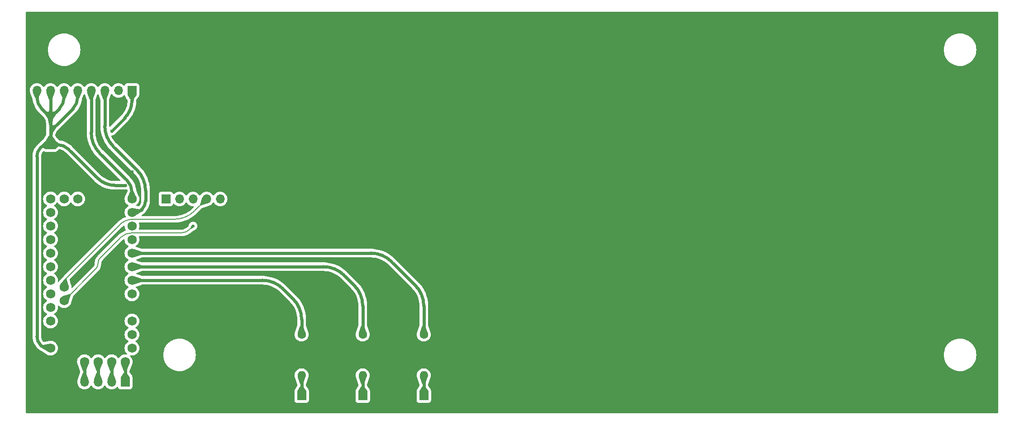
<source format=gtl>
G04 #@! TF.GenerationSoftware,KiCad,Pcbnew,7.0.11+dfsg-1*
G04 #@! TF.CreationDate,2024-03-20T20:25:48-04:00*
G04 #@! TF.ProjectId,base,62617365-2e6b-4696-9361-645f70636258,rev?*
G04 #@! TF.SameCoordinates,Original*
G04 #@! TF.FileFunction,Copper,L1,Top*
G04 #@! TF.FilePolarity,Positive*
%FSLAX46Y46*%
G04 Gerber Fmt 4.6, Leading zero omitted, Abs format (unit mm)*
G04 Created by KiCad (PCBNEW 7.0.11+dfsg-1) date 2024-03-20 20:25:48*
%MOMM*%
%LPD*%
G01*
G04 APERTURE LIST*
G04 #@! TA.AperFunction,ComponentPad*
%ADD10C,1.600000*%
G04 #@! TD*
G04 #@! TA.AperFunction,ComponentPad*
%ADD11O,1.600000X1.600000*%
G04 #@! TD*
G04 #@! TA.AperFunction,ComponentPad*
%ADD12C,1.727200*%
G04 #@! TD*
G04 #@! TA.AperFunction,ComponentPad*
%ADD13R,1.727200X1.727200*%
G04 #@! TD*
G04 #@! TA.AperFunction,ComponentPad*
%ADD14R,1.700000X1.700000*%
G04 #@! TD*
G04 #@! TA.AperFunction,ComponentPad*
%ADD15O,1.700000X1.700000*%
G04 #@! TD*
G04 #@! TA.AperFunction,ViaPad*
%ADD16C,0.609600*%
G04 #@! TD*
G04 #@! TA.AperFunction,ViaPad*
%ADD17C,0.600000*%
G04 #@! TD*
G04 #@! TA.AperFunction,Conductor*
%ADD18C,0.609600*%
G04 #@! TD*
G04 #@! TA.AperFunction,Conductor*
%ADD19C,0.203200*%
G04 #@! TD*
G04 APERTURE END LIST*
D10*
X102870000Y-111760000D03*
D11*
X102870000Y-119380000D03*
D12*
X55880000Y-96520000D03*
X55880000Y-99060000D03*
X55880000Y-101600000D03*
X55880000Y-104140000D03*
X58420000Y-102870000D03*
X58420000Y-105410000D03*
X60960000Y-86360000D03*
X58420000Y-86360000D03*
X71120000Y-111760000D03*
X71120000Y-114300000D03*
X71120000Y-104140000D03*
X71120000Y-101600000D03*
X71120000Y-99060000D03*
X71120000Y-96520000D03*
X71120000Y-93980000D03*
X71120000Y-91440000D03*
X71120000Y-88900000D03*
X71120000Y-86360000D03*
X55880000Y-86360000D03*
X55880000Y-88900000D03*
X55880000Y-91440000D03*
X55880000Y-93980000D03*
X69850000Y-116840000D03*
D13*
X71120000Y-106680000D03*
X55880000Y-111760000D03*
X63500000Y-86360000D03*
X59690000Y-116840000D03*
X57150000Y-116840000D03*
D12*
X55880000Y-114300000D03*
X71120000Y-109220000D03*
X55880000Y-109220000D03*
X64770000Y-116840000D03*
X67310000Y-116840000D03*
X55880000Y-106680000D03*
X62230000Y-116840000D03*
D10*
X125730000Y-111760000D03*
D11*
X125730000Y-119380000D03*
D10*
X114300000Y-111760000D03*
D11*
X114300000Y-119380000D03*
D14*
X71120000Y-66040000D03*
D15*
X68580000Y-66040000D03*
X66040000Y-66040000D03*
X63500000Y-66040000D03*
X60960000Y-66040000D03*
X58420000Y-66040000D03*
X55880000Y-66040000D03*
X53340000Y-66040000D03*
D14*
X77470000Y-86360000D03*
D15*
X80010000Y-86360000D03*
X82550000Y-86360000D03*
X85090000Y-86360000D03*
X87630000Y-86360000D03*
X90170000Y-86360000D03*
D14*
X102870000Y-123190000D03*
D15*
X105410000Y-123190000D03*
D14*
X69850000Y-120650000D03*
D15*
X67310000Y-120650000D03*
X64770000Y-120650000D03*
X62230000Y-120650000D03*
X59690000Y-120650000D03*
X57150000Y-120650000D03*
D14*
X125730000Y-123190000D03*
D15*
X128270000Y-123190000D03*
D14*
X55880000Y-76200000D03*
D15*
X55880000Y-78740000D03*
D14*
X114300000Y-123190000D03*
D15*
X116840000Y-123190000D03*
D14*
X213360000Y-66040000D03*
D15*
X215900000Y-66040000D03*
X218440000Y-66040000D03*
X220980000Y-66040000D03*
X223520000Y-66040000D03*
X226060000Y-66040000D03*
X228600000Y-66040000D03*
X231140000Y-66040000D03*
D16*
X71120000Y-81280000D03*
X60960000Y-73660000D03*
X64770000Y-96520000D03*
X67310000Y-69850000D03*
X64770000Y-72390000D03*
X67310000Y-73660000D03*
X69850000Y-83820000D03*
D17*
X82550000Y-91440000D03*
D18*
X69850000Y-116840000D02*
X69850000Y-120650000D01*
X67310000Y-120650000D02*
X67310000Y-116840000D01*
X64770000Y-116840000D02*
X64770000Y-120650000D01*
X62230000Y-120650000D02*
X62230000Y-116840000D01*
X71120000Y-67945000D02*
X71120000Y-66040000D01*
X69772961Y-71197038D02*
X67310000Y-73660000D01*
X69772966Y-71197043D02*
G75*
G03*
X71120000Y-67945000I-3252066J3252043D01*
G01*
X66040000Y-72676036D02*
X66040000Y-66040000D01*
X71755000Y-88900000D02*
X71120000Y-88900000D01*
X73660000Y-86731974D02*
X73660000Y-84803963D01*
X67633792Y-76523792D02*
X72066207Y-80956207D01*
X72839012Y-88450987D02*
X73025000Y-88265000D01*
X71755000Y-88900006D02*
G75*
G03*
X72839011Y-88450986I0J1533006D01*
G01*
X73660010Y-84803963D02*
G75*
G03*
X72066206Y-80956208I-5441610J-37D01*
G01*
X73025008Y-88265008D02*
G75*
G03*
X73660000Y-86731974I-1533008J1533008D01*
G01*
X66040003Y-72676036D02*
G75*
G03*
X67633792Y-76523792I5441547J-4D01*
G01*
X71120000Y-85090000D02*
X71120000Y-86360000D01*
X63500000Y-73946036D02*
X63500000Y-66040000D01*
X65093792Y-77793792D02*
X70221974Y-82921974D01*
X63500003Y-73946036D02*
G75*
G03*
X65093792Y-77793792I5441547J-4D01*
G01*
X71119985Y-85090000D02*
G75*
G03*
X70221973Y-82921975I-3066085J0D01*
G01*
X54160987Y-76649012D02*
X53975000Y-76835000D01*
X57150000Y-76200000D02*
X55880000Y-76200000D01*
X54238025Y-69478025D02*
X54981974Y-70221974D01*
X55880000Y-74930000D02*
X55880000Y-72390000D01*
X55880000Y-69850000D02*
X55880000Y-66040000D01*
X53975000Y-113665000D02*
X54160987Y-113850987D01*
X69850000Y-83820000D02*
X67945000Y-83820000D01*
X56778025Y-70221974D02*
X57521974Y-69478025D01*
X53340000Y-67310000D02*
X53340000Y-66040000D01*
X60061974Y-69478025D02*
X56778025Y-72761974D01*
X60960000Y-67310000D02*
X60960000Y-66040000D01*
X55880000Y-76200000D02*
X55880000Y-74930000D01*
X55880000Y-69850084D02*
X55879916Y-69850000D01*
X59318025Y-77098025D02*
X64692961Y-82472961D01*
X53340000Y-112131974D02*
X53340000Y-78368025D01*
X58420000Y-67310000D02*
X58420000Y-66040000D01*
X55245000Y-114300000D02*
X55880000Y-114300000D01*
X55245000Y-76200000D02*
X55880000Y-76200000D01*
X55880000Y-72390000D02*
X55880000Y-69850084D01*
X54160992Y-113850982D02*
G75*
G03*
X55245000Y-114300000I1084008J1083982D01*
G01*
X64692956Y-82472966D02*
G75*
G03*
X67945000Y-83820000I3252044J3252066D01*
G01*
X56778036Y-70221985D02*
G75*
G03*
X55880000Y-72390000I2167964J-2168015D01*
G01*
X55879985Y-72390000D02*
G75*
G03*
X54981973Y-70221975I-3066085J0D01*
G01*
X53340015Y-67310000D02*
G75*
G03*
X54238026Y-69478024I3066085J0D01*
G01*
X53974992Y-76834992D02*
G75*
G03*
X53340000Y-78368025I1533008J-1533008D01*
G01*
X53340011Y-112131974D02*
G75*
G03*
X53975000Y-113665000I2167989J-26D01*
G01*
X59318035Y-77098015D02*
G75*
G03*
X57150000Y-76200000I-2168035J-2168085D01*
G01*
X57521985Y-69478036D02*
G75*
G03*
X58420000Y-67310000I-2168085J2168036D01*
G01*
X56778036Y-72761985D02*
G75*
G03*
X55880000Y-74930000I2167964J-2168015D01*
G01*
X60061985Y-69478036D02*
G75*
G03*
X60960000Y-67310000I-2168085J2168036D01*
G01*
X55880084Y-69850000D02*
G75*
G03*
X56778025Y-70221974I526016J0D01*
G01*
X55880084Y-72390000D02*
G75*
G03*
X56778025Y-72761974I526016J0D01*
G01*
X55245000Y-76199992D02*
G75*
G03*
X54160987Y-76649012I0J-1533008D01*
G01*
X54981915Y-70222033D02*
G75*
G03*
X55880000Y-69850000I371985J372033D01*
G01*
D19*
X65219018Y-97340981D02*
X68951974Y-93608025D01*
X73660000Y-92710000D02*
X71120000Y-92710000D01*
X73660000Y-92710000D02*
X80381974Y-92710000D01*
X58420000Y-105221079D02*
X58420000Y-105410000D01*
X58420000Y-105032157D02*
X58553587Y-104898570D01*
X58420000Y-105410000D02*
X58420000Y-105032157D01*
X64320997Y-99509002D02*
X58420000Y-105410000D01*
X82550000Y-91440000D02*
X81915000Y-92075000D01*
X80381974Y-92709989D02*
G75*
G03*
X81915000Y-92075000I26J2167989D01*
G01*
X71120000Y-92709985D02*
G75*
G03*
X68951975Y-93608026I0J-3066015D01*
G01*
X58553597Y-104898580D02*
G75*
G03*
X58420000Y-105221079I322503J-322520D01*
G01*
X64320992Y-99508997D02*
G75*
G03*
X64770000Y-98425000I-1083992J1083997D01*
G01*
X65219024Y-97340987D02*
G75*
G03*
X64770000Y-98425000I1083976J-1084013D01*
G01*
X58420000Y-102235000D02*
X58420000Y-102870000D01*
X82873792Y-88576207D02*
X85090000Y-86360000D01*
X79026036Y-90170000D02*
X71289956Y-90170000D01*
X68831796Y-91188203D02*
X58869012Y-101150987D01*
X79026036Y-90170010D02*
G75*
G03*
X82873792Y-88576207I-36J5441610D01*
G01*
X71289956Y-90169980D02*
G75*
G03*
X68831796Y-91188203I44J-3476420D01*
G01*
X58869018Y-101150993D02*
G75*
G03*
X58420000Y-102235000I1083982J-1084007D01*
G01*
D18*
X99383792Y-103193792D02*
X101276207Y-105086207D01*
X95536036Y-101600000D02*
X71120000Y-101600000D01*
X102870000Y-108933963D02*
X102870000Y-111760000D01*
X99383784Y-103193800D02*
G75*
G03*
X95536036Y-101600000I-3847784J-3847800D01*
G01*
X102870010Y-108933963D02*
G75*
G03*
X101276206Y-105086208I-5441610J-37D01*
G01*
X102870000Y-119380000D02*
X102870000Y-123190000D01*
X106966036Y-99060000D02*
X71120000Y-99060000D01*
X114300000Y-106393963D02*
X114300000Y-111760000D01*
X112706207Y-102546207D02*
X110813792Y-100653792D01*
X110813784Y-100653800D02*
G75*
G03*
X106966036Y-99060000I-3847784J-3847800D01*
G01*
X114300010Y-106393963D02*
G75*
G03*
X112706206Y-102546208I-5441610J-37D01*
G01*
X114300000Y-119380000D02*
X114300000Y-123190000D01*
X125730000Y-106393963D02*
X125730000Y-111760000D01*
X119703792Y-98113792D02*
X124136207Y-102546207D01*
X115856036Y-96520000D02*
X71120000Y-96520000D01*
X125730010Y-106393963D02*
G75*
G03*
X124136206Y-102546208I-5441610J-37D01*
G01*
X119703784Y-98113800D02*
G75*
G03*
X115856036Y-96520000I-3847784J-3847800D01*
G01*
X125730000Y-119380000D02*
X125730000Y-123190000D01*
G04 #@! TA.AperFunction,Conductor*
G36*
X61734443Y-66360770D02*
G01*
X61740767Y-66367109D01*
X61740757Y-66376064D01*
X61740736Y-66376114D01*
X61264107Y-67508124D01*
X61257738Y-67514419D01*
X61252014Y-67515210D01*
X60661610Y-67448688D01*
X60653773Y-67444357D01*
X60652225Y-67441806D01*
X60179560Y-66376233D01*
X60179338Y-66367281D01*
X60185511Y-66360794D01*
X60185715Y-66360705D01*
X60955623Y-66040870D01*
X60964575Y-66040862D01*
X61734443Y-66360770D01*
G37*
G04 #@! TD.AperFunction*
G04 #@! TA.AperFunction,Conductor*
G36*
X56186678Y-74503427D02*
G01*
X56188253Y-74505383D01*
X56724917Y-75342075D01*
X56726499Y-75350889D01*
X56723347Y-75356660D01*
X55888278Y-76192712D01*
X55880007Y-76196144D01*
X55871732Y-76192722D01*
X55871722Y-76192712D01*
X55036652Y-75356660D01*
X55033230Y-75348385D01*
X55035080Y-75342078D01*
X55571747Y-74505382D01*
X55579098Y-74500270D01*
X55581595Y-74500000D01*
X56178405Y-74500000D01*
X56186678Y-74503427D01*
G37*
G04 #@! TD.AperFunction*
G04 #@! TA.AperFunction,Conductor*
G36*
X114606678Y-121493427D02*
G01*
X114608253Y-121495383D01*
X115144917Y-122332075D01*
X115146499Y-122340889D01*
X115143347Y-122346660D01*
X114308278Y-123182712D01*
X114300007Y-123186144D01*
X114291732Y-123182722D01*
X114291722Y-123182712D01*
X113456652Y-122346660D01*
X113453230Y-122338385D01*
X113455080Y-122332078D01*
X113991747Y-121495382D01*
X113999098Y-121490270D01*
X114001595Y-121490000D01*
X114598405Y-121490000D01*
X114606678Y-121493427D01*
G37*
G04 #@! TD.AperFunction*
G04 #@! TA.AperFunction,Conductor*
G36*
X126036678Y-121493427D02*
G01*
X126038253Y-121495383D01*
X126574917Y-122332075D01*
X126576499Y-122340889D01*
X126573347Y-122346660D01*
X125738278Y-123182712D01*
X125730007Y-123186144D01*
X125721732Y-123182722D01*
X125721722Y-123182712D01*
X124886652Y-122346660D01*
X124883230Y-122338385D01*
X124885080Y-122332078D01*
X125421747Y-121495382D01*
X125429098Y-121490270D01*
X125431595Y-121490000D01*
X126028405Y-121490000D01*
X126036678Y-121493427D01*
G37*
G04 #@! TD.AperFunction*
G04 #@! TA.AperFunction,Conductor*
G36*
X84316275Y-86039498D02*
G01*
X85086215Y-86357438D01*
X85092552Y-86363761D01*
X85092562Y-86363785D01*
X85410501Y-87133724D01*
X85410492Y-87142679D01*
X85404153Y-87149004D01*
X85403411Y-87149282D01*
X83966632Y-87631616D01*
X83957698Y-87631000D01*
X83954635Y-87628797D01*
X83821202Y-87495364D01*
X83817775Y-87487091D01*
X83818382Y-87483372D01*
X84300717Y-86046587D01*
X84306599Y-86039836D01*
X84315533Y-86039220D01*
X84316275Y-86039498D01*
G37*
G04 #@! TD.AperFunction*
G04 #@! TA.AperFunction,Conductor*
G36*
X55874989Y-113440782D02*
G01*
X55879826Y-113448318D01*
X55880011Y-113450379D01*
X55880715Y-114298355D01*
X55879820Y-114302854D01*
X55554825Y-115085080D01*
X55548486Y-115091405D01*
X55539531Y-115091396D01*
X55537795Y-115090498D01*
X54026009Y-114140599D01*
X54020827Y-114133296D01*
X54022327Y-114124467D01*
X54023842Y-114122540D01*
X54435893Y-113698336D01*
X54442213Y-113694973D01*
X55866241Y-113438874D01*
X55874989Y-113440782D01*
G37*
G04 #@! TD.AperFunction*
G04 #@! TA.AperFunction,Conductor*
G36*
X59571538Y-104119765D02*
G01*
X59574591Y-104121963D01*
X59708036Y-104255408D01*
X59711463Y-104263681D01*
X59710858Y-104267394D01*
X59221839Y-105728600D01*
X59215964Y-105735358D01*
X59207031Y-105735982D01*
X59206278Y-105735701D01*
X58423785Y-105412562D01*
X58417447Y-105406238D01*
X58094298Y-104623720D01*
X58094307Y-104614766D01*
X58100646Y-104608441D01*
X58101378Y-104608167D01*
X59562607Y-104119141D01*
X59571538Y-104119765D01*
G37*
G04 #@! TD.AperFunction*
G04 #@! TA.AperFunction,Conductor*
G36*
X55884484Y-66040863D02*
G01*
X56655098Y-66361043D01*
X56661422Y-66367381D01*
X56661653Y-66375707D01*
X56187540Y-67732160D01*
X56181575Y-67738840D01*
X56176495Y-67740000D01*
X55583505Y-67740000D01*
X55575232Y-67736573D01*
X55572460Y-67732160D01*
X55098346Y-66375707D01*
X55098851Y-66366767D01*
X55104900Y-66361043D01*
X55875511Y-66040864D01*
X55884466Y-66040856D01*
X55884484Y-66040863D01*
G37*
G04 #@! TD.AperFunction*
G04 #@! TA.AperFunction,Conductor*
G36*
X71133754Y-88038873D02*
G01*
X72557787Y-88294974D01*
X72564107Y-88298337D01*
X72976159Y-88722539D01*
X72979466Y-88730861D01*
X72975919Y-88739083D01*
X72973992Y-88740598D01*
X71462204Y-89690498D01*
X71453375Y-89691998D01*
X71446072Y-89686816D01*
X71445174Y-89685080D01*
X71120178Y-88902851D01*
X71119284Y-88898359D01*
X71119988Y-88050378D01*
X71123422Y-88042109D01*
X71131698Y-88038689D01*
X71133754Y-88038873D01*
G37*
G04 #@! TD.AperFunction*
G04 #@! TA.AperFunction,Conductor*
G36*
X72839396Y-98752445D02*
G01*
X72846055Y-98758430D01*
X72847200Y-98763477D01*
X72847200Y-99356522D01*
X72843773Y-99364795D01*
X72839395Y-99367555D01*
X71460933Y-99854173D01*
X71451991Y-99853695D01*
X71446233Y-99847629D01*
X71120864Y-99064488D01*
X71120856Y-99055534D01*
X71120865Y-99055511D01*
X71246779Y-98752444D01*
X71446234Y-98272368D01*
X71452572Y-98266045D01*
X71460932Y-98265826D01*
X72839396Y-98752445D01*
G37*
G04 #@! TD.AperFunction*
G04 #@! TA.AperFunction,Conductor*
G36*
X55037436Y-75529014D02*
G01*
X55823758Y-76154030D01*
X55870451Y-76191144D01*
X55874795Y-76198974D01*
X55872330Y-76207583D01*
X55871444Y-76208576D01*
X55035616Y-77044384D01*
X55027343Y-77047811D01*
X55022708Y-77046854D01*
X54447455Y-76798669D01*
X54443697Y-76796078D01*
X54386220Y-76736906D01*
X54029395Y-76369551D01*
X54026090Y-76361231D01*
X54029637Y-76353008D01*
X54030305Y-76352408D01*
X55022689Y-75529168D01*
X55031242Y-75526524D01*
X55037436Y-75529014D01*
G37*
G04 #@! TD.AperFunction*
G04 #@! TA.AperFunction,Conductor*
G36*
X82283145Y-91329428D02*
G01*
X82546184Y-91437436D01*
X82552536Y-91443748D01*
X82552563Y-91443815D01*
X82660571Y-91706854D01*
X82660544Y-91715809D01*
X82654713Y-91721892D01*
X82205012Y-91932622D01*
X82196066Y-91933030D01*
X82191774Y-91930301D01*
X82059698Y-91798225D01*
X82056271Y-91789952D01*
X82057376Y-91784989D01*
X82268107Y-91335285D01*
X82274720Y-91329249D01*
X82283145Y-91329428D01*
G37*
G04 #@! TD.AperFunction*
G04 #@! TA.AperFunction,Conductor*
G36*
X70156678Y-118953427D02*
G01*
X70158253Y-118955383D01*
X70694917Y-119792075D01*
X70696499Y-119800889D01*
X70693347Y-119806660D01*
X69858278Y-120642712D01*
X69850007Y-120646144D01*
X69841732Y-120642722D01*
X69841722Y-120642712D01*
X69006652Y-119806660D01*
X69003230Y-119798385D01*
X69005080Y-119792078D01*
X69541747Y-118955382D01*
X69549098Y-118950270D01*
X69551595Y-118950000D01*
X70148405Y-118950000D01*
X70156678Y-118953427D01*
G37*
G04 #@! TD.AperFunction*
G04 #@! TA.AperFunction,Conductor*
G36*
X103599030Y-119681960D02*
G01*
X103605355Y-119688299D01*
X103605632Y-119696487D01*
X103177478Y-120972023D01*
X103171596Y-120978776D01*
X103166386Y-120980000D01*
X102573614Y-120980000D01*
X102565341Y-120976573D01*
X102562522Y-120972023D01*
X102134367Y-119696487D01*
X102134983Y-119687554D01*
X102140967Y-119681961D01*
X102865512Y-119380864D01*
X102874461Y-119380854D01*
X103599030Y-119681960D01*
G37*
G04 #@! TD.AperFunction*
G04 #@! TA.AperFunction,Conductor*
G36*
X56738226Y-75358433D02*
G01*
X57120596Y-75693092D01*
X57351584Y-75895258D01*
X57355552Y-75903285D01*
X57355504Y-75905372D01*
X57288405Y-76500909D01*
X57284954Y-76507969D01*
X56738267Y-77041925D01*
X56729954Y-77045254D01*
X56721823Y-77041832D01*
X55887300Y-76208173D01*
X55883869Y-76199902D01*
X55887292Y-76191627D01*
X55887295Y-76191623D01*
X56722260Y-75358952D01*
X56730537Y-75355538D01*
X56738226Y-75358433D01*
G37*
G04 #@! TD.AperFunction*
G04 #@! TA.AperFunction,Conductor*
G36*
X53344367Y-66040867D02*
G01*
X54114233Y-66360684D01*
X54120558Y-66367023D01*
X54120549Y-66375978D01*
X54120439Y-66376233D01*
X53647774Y-67441806D01*
X53641287Y-67447979D01*
X53638389Y-67448688D01*
X53047985Y-67515210D01*
X53039380Y-67512731D01*
X53035893Y-67508126D01*
X52559262Y-66376113D01*
X52559211Y-66367160D01*
X52565505Y-66360791D01*
X53335400Y-66040871D01*
X53344353Y-66040862D01*
X53344367Y-66040867D01*
G37*
G04 #@! TD.AperFunction*
G04 #@! TA.AperFunction,Conductor*
G36*
X115029030Y-119681960D02*
G01*
X115035355Y-119688299D01*
X115035632Y-119696487D01*
X114607478Y-120972023D01*
X114601596Y-120978776D01*
X114596386Y-120980000D01*
X114003614Y-120980000D01*
X113995341Y-120976573D01*
X113992522Y-120972023D01*
X113564367Y-119696487D01*
X113564983Y-119687554D01*
X113570967Y-119681961D01*
X114295512Y-119380864D01*
X114304461Y-119380854D01*
X115029030Y-119681960D01*
G37*
G04 #@! TD.AperFunction*
G04 #@! TA.AperFunction,Conductor*
G36*
X103174659Y-110163427D02*
G01*
X103177478Y-110167977D01*
X103605632Y-111443512D01*
X103605016Y-111452445D01*
X103599030Y-111458039D01*
X102874490Y-111759134D01*
X102865536Y-111759144D01*
X102140969Y-111458039D01*
X102134644Y-111451700D01*
X102134367Y-111443512D01*
X102562522Y-110167977D01*
X102568404Y-110161224D01*
X102573614Y-110160000D01*
X103166386Y-110160000D01*
X103174659Y-110163427D01*
G37*
G04 #@! TD.AperFunction*
G04 #@! TA.AperFunction,Conductor*
G36*
X59194443Y-66360770D02*
G01*
X59200767Y-66367109D01*
X59200757Y-66376064D01*
X59200736Y-66376114D01*
X58724107Y-67508124D01*
X58717738Y-67514419D01*
X58712014Y-67515210D01*
X58121610Y-67448688D01*
X58113773Y-67444357D01*
X58112225Y-67441806D01*
X57639560Y-66376233D01*
X57639338Y-66367281D01*
X57645511Y-66360794D01*
X57645715Y-66360705D01*
X58415623Y-66040870D01*
X58424575Y-66040862D01*
X59194443Y-66360770D01*
G37*
G04 #@! TD.AperFunction*
G04 #@! TA.AperFunction,Conductor*
G36*
X64774487Y-116840864D02*
G01*
X65557629Y-117166233D01*
X65563954Y-117172572D01*
X65564173Y-117180933D01*
X65077555Y-118559395D01*
X65071569Y-118566055D01*
X65066522Y-118567200D01*
X64473478Y-118567200D01*
X64465205Y-118563773D01*
X64462445Y-118559395D01*
X63975826Y-117180933D01*
X63976304Y-117171991D01*
X63982368Y-117166234D01*
X64765511Y-116840864D01*
X64774466Y-116840856D01*
X64774487Y-116840864D01*
G37*
G04 #@! TD.AperFunction*
G04 #@! TA.AperFunction,Conductor*
G36*
X72839396Y-101292445D02*
G01*
X72846055Y-101298430D01*
X72847200Y-101303477D01*
X72847200Y-101896522D01*
X72843773Y-101904795D01*
X72839395Y-101907555D01*
X71460933Y-102394173D01*
X71451991Y-102393695D01*
X71446233Y-102387629D01*
X71120864Y-101604488D01*
X71120856Y-101595534D01*
X71120865Y-101595511D01*
X71246779Y-101292444D01*
X71446234Y-100812368D01*
X71452572Y-100806045D01*
X71460932Y-100805826D01*
X72839396Y-101292445D01*
G37*
G04 #@! TD.AperFunction*
G04 #@! TA.AperFunction,Conductor*
G36*
X114604659Y-110163427D02*
G01*
X114607478Y-110167977D01*
X115035632Y-111443512D01*
X115035016Y-111452445D01*
X115029030Y-111458039D01*
X114304490Y-111759134D01*
X114295536Y-111759144D01*
X113570969Y-111458039D01*
X113564644Y-111451700D01*
X113564367Y-111443512D01*
X113992522Y-110167977D01*
X113998404Y-110161224D01*
X114003614Y-110160000D01*
X114596386Y-110160000D01*
X114604659Y-110163427D01*
G37*
G04 #@! TD.AperFunction*
G04 #@! TA.AperFunction,Conductor*
G36*
X67314487Y-116840864D02*
G01*
X68097629Y-117166233D01*
X68103954Y-117172572D01*
X68104173Y-117180933D01*
X67617555Y-118559395D01*
X67611569Y-118566055D01*
X67606522Y-118567200D01*
X67013478Y-118567200D01*
X67005205Y-118563773D01*
X67002445Y-118559395D01*
X66515826Y-117180933D01*
X66516304Y-117171991D01*
X66522368Y-117166234D01*
X67305511Y-116840864D01*
X67314466Y-116840856D01*
X67314487Y-116840864D01*
G37*
G04 #@! TD.AperFunction*
G04 #@! TA.AperFunction,Conductor*
G36*
X71420717Y-84887257D02*
G01*
X71424155Y-84891747D01*
X71913131Y-86018613D01*
X71913281Y-86027566D01*
X71907055Y-86034003D01*
X71906887Y-86034074D01*
X71124600Y-86359127D01*
X71115646Y-86359137D01*
X71115623Y-86359128D01*
X70333330Y-86034164D01*
X70327004Y-86027825D01*
X70327013Y-86018871D01*
X70327151Y-86018553D01*
X70812192Y-84958079D01*
X70818750Y-84951981D01*
X70821514Y-84951321D01*
X71412114Y-84884778D01*
X71420717Y-84887257D01*
G37*
G04 #@! TD.AperFunction*
G04 #@! TA.AperFunction,Conductor*
G36*
X126034659Y-110163427D02*
G01*
X126037478Y-110167977D01*
X126465632Y-111443512D01*
X126465016Y-111452445D01*
X126459030Y-111458039D01*
X125734490Y-111759134D01*
X125725536Y-111759144D01*
X125000969Y-111458039D01*
X124994644Y-111451700D01*
X124994367Y-111443512D01*
X125422522Y-110167977D01*
X125428404Y-110161224D01*
X125433614Y-110160000D01*
X126026386Y-110160000D01*
X126034659Y-110163427D01*
G37*
G04 #@! TD.AperFunction*
G04 #@! TA.AperFunction,Conductor*
G36*
X72839396Y-96212445D02*
G01*
X72846055Y-96218430D01*
X72847200Y-96223477D01*
X72847200Y-96816522D01*
X72843773Y-96824795D01*
X72839395Y-96827555D01*
X71460933Y-97314173D01*
X71451991Y-97313695D01*
X71446233Y-97307629D01*
X71120864Y-96524488D01*
X71120856Y-96515534D01*
X71120865Y-96515511D01*
X71246779Y-96212444D01*
X71446234Y-95732368D01*
X71452572Y-95726045D01*
X71460932Y-95725826D01*
X72839396Y-96212445D01*
G37*
G04 #@! TD.AperFunction*
G04 #@! TA.AperFunction,Conductor*
G36*
X63504484Y-66040863D02*
G01*
X64275098Y-66361043D01*
X64281422Y-66367381D01*
X64281653Y-66375707D01*
X63807540Y-67732160D01*
X63801575Y-67738840D01*
X63796495Y-67740000D01*
X63203505Y-67740000D01*
X63195232Y-67736573D01*
X63192460Y-67732160D01*
X62718346Y-66375707D01*
X62718851Y-66366767D01*
X62724900Y-66361043D01*
X63495511Y-66040864D01*
X63504466Y-66040856D01*
X63504484Y-66040863D01*
G37*
G04 #@! TD.AperFunction*
G04 #@! TA.AperFunction,Conductor*
G36*
X126459030Y-119681960D02*
G01*
X126465355Y-119688299D01*
X126465632Y-119696487D01*
X126037478Y-120972023D01*
X126031596Y-120978776D01*
X126026386Y-120980000D01*
X125433614Y-120980000D01*
X125425341Y-120976573D01*
X125422522Y-120972023D01*
X124994367Y-119696487D01*
X124994983Y-119687554D01*
X125000967Y-119681961D01*
X125725512Y-119380864D01*
X125734461Y-119380854D01*
X126459030Y-119681960D01*
G37*
G04 #@! TD.AperFunction*
G04 #@! TA.AperFunction,Conductor*
G36*
X66044484Y-66040863D02*
G01*
X66815098Y-66361043D01*
X66821422Y-66367381D01*
X66821653Y-66375707D01*
X66347540Y-67732160D01*
X66341575Y-67738840D01*
X66336495Y-67740000D01*
X65743505Y-67740000D01*
X65735232Y-67736573D01*
X65732460Y-67732160D01*
X65258346Y-66375707D01*
X65258851Y-66366767D01*
X65264900Y-66361043D01*
X66035511Y-66040864D01*
X66044466Y-66040856D01*
X66044484Y-66040863D01*
G37*
G04 #@! TD.AperFunction*
G04 #@! TA.AperFunction,Conductor*
G36*
X69854487Y-116840864D02*
G01*
X70637629Y-117166233D01*
X70643954Y-117172572D01*
X70644173Y-117180933D01*
X70157555Y-118559395D01*
X70151569Y-118566055D01*
X70146522Y-118567200D01*
X69553478Y-118567200D01*
X69545205Y-118563773D01*
X69542445Y-118559395D01*
X69055826Y-117180933D01*
X69056304Y-117171991D01*
X69062368Y-117166234D01*
X69845511Y-116840864D01*
X69854466Y-116840856D01*
X69854487Y-116840864D01*
G37*
G04 #@! TD.AperFunction*
G04 #@! TA.AperFunction,Conductor*
G36*
X71128266Y-66047276D02*
G01*
X71963347Y-66883339D01*
X71966769Y-66891614D01*
X71964917Y-66897924D01*
X71428253Y-67734617D01*
X71420902Y-67739730D01*
X71418405Y-67740000D01*
X70821595Y-67740000D01*
X70813322Y-67736573D01*
X70811747Y-67734617D01*
X70275081Y-66897922D01*
X70273500Y-66889110D01*
X70276650Y-66883341D01*
X71111723Y-66047286D01*
X71119993Y-66043855D01*
X71128266Y-66047276D01*
G37*
G04 #@! TD.AperFunction*
G04 #@! TA.AperFunction,Conductor*
G36*
X103176678Y-121493427D02*
G01*
X103178253Y-121495383D01*
X103714917Y-122332075D01*
X103716499Y-122340889D01*
X103713347Y-122346660D01*
X102878278Y-123182712D01*
X102870007Y-123186144D01*
X102861732Y-123182722D01*
X102861722Y-123182712D01*
X102026652Y-122346660D01*
X102023230Y-122338385D01*
X102025080Y-122332078D01*
X102561747Y-121495382D01*
X102569098Y-121490270D01*
X102571595Y-121490000D01*
X103168405Y-121490000D01*
X103176678Y-121493427D01*
G37*
G04 #@! TD.AperFunction*
G04 #@! TA.AperFunction,Conductor*
G36*
X62534768Y-118953427D02*
G01*
X62537540Y-118957840D01*
X63011653Y-120314292D01*
X63011148Y-120323232D01*
X63005097Y-120328957D01*
X62234489Y-120649134D01*
X62225534Y-120649143D01*
X62225511Y-120649134D01*
X61454902Y-120328957D01*
X61448577Y-120322618D01*
X61448346Y-120314292D01*
X61922460Y-118957840D01*
X61928425Y-118951160D01*
X61933505Y-118950000D01*
X62526495Y-118950000D01*
X62534768Y-118953427D01*
G37*
G04 #@! TD.AperFunction*
G04 #@! TA.AperFunction,Conductor*
G36*
X58741347Y-101153802D02*
G01*
X58741998Y-101154385D01*
X58742986Y-101155339D01*
X58876751Y-101284560D01*
X58879916Y-101289921D01*
X59215178Y-102529592D01*
X59214030Y-102538472D01*
X59208366Y-102543453D01*
X58426540Y-102867718D01*
X58417586Y-102867722D01*
X58413775Y-102865175D01*
X58078967Y-102529592D01*
X57816861Y-102266879D01*
X57813445Y-102258602D01*
X57816138Y-102251148D01*
X58724872Y-101155338D01*
X58732791Y-101151159D01*
X58741347Y-101153802D01*
G37*
G04 #@! TD.AperFunction*
G04 #@! TA.AperFunction,Conductor*
G36*
X62234487Y-116840864D02*
G01*
X63017629Y-117166233D01*
X63023954Y-117172572D01*
X63024173Y-117180933D01*
X62537555Y-118559395D01*
X62531569Y-118566055D01*
X62526522Y-118567200D01*
X61933478Y-118567200D01*
X61925205Y-118563773D01*
X61922445Y-118559395D01*
X61435826Y-117180933D01*
X61436304Y-117171991D01*
X61442368Y-117166234D01*
X62225511Y-116840864D01*
X62234466Y-116840856D01*
X62234487Y-116840864D01*
G37*
G04 #@! TD.AperFunction*
G04 #@! TA.AperFunction,Conductor*
G36*
X67614768Y-118953427D02*
G01*
X67617540Y-118957840D01*
X68091653Y-120314292D01*
X68091148Y-120323232D01*
X68085097Y-120328957D01*
X67314489Y-120649134D01*
X67305534Y-120649143D01*
X67305511Y-120649134D01*
X66534902Y-120328957D01*
X66528577Y-120322618D01*
X66528346Y-120314292D01*
X67002460Y-118957840D01*
X67008425Y-118951160D01*
X67013505Y-118950000D01*
X67606495Y-118950000D01*
X67614768Y-118953427D01*
G37*
G04 #@! TD.AperFunction*
G04 #@! TA.AperFunction,Conductor*
G36*
X65074768Y-118953427D02*
G01*
X65077540Y-118957840D01*
X65551653Y-120314292D01*
X65551148Y-120323232D01*
X65545097Y-120328957D01*
X64774489Y-120649134D01*
X64765534Y-120649143D01*
X64765511Y-120649134D01*
X63994902Y-120328957D01*
X63988577Y-120322618D01*
X63988346Y-120314292D01*
X64462460Y-118957840D01*
X64468425Y-118951160D01*
X64473505Y-118950000D01*
X65066495Y-118950000D01*
X65074768Y-118953427D01*
G37*
G04 #@! TD.AperFunction*
G04 #@! TA.AperFunction,Conductor*
G36*
X69688277Y-91350325D02*
G01*
X69737461Y-91399950D01*
X69751941Y-91448651D01*
X69769892Y-91665289D01*
X69825388Y-91884439D01*
X69850751Y-91942262D01*
X69916198Y-92091465D01*
X69946368Y-92137644D01*
X69966555Y-92204533D01*
X69947375Y-92271719D01*
X69894917Y-92317869D01*
X69884971Y-92321986D01*
X69714924Y-92383879D01*
X69714919Y-92383881D01*
X69424612Y-92519255D01*
X69147220Y-92679411D01*
X68926297Y-92834107D01*
X68884837Y-92863138D01*
X68639466Y-93069033D01*
X68639463Y-93069035D01*
X68639457Y-93069041D01*
X68554132Y-93154369D01*
X68554131Y-93154370D01*
X64762916Y-96945584D01*
X64762747Y-96945763D01*
X64708497Y-97000013D01*
X64708496Y-97000013D01*
X64558967Y-97187510D01*
X64431380Y-97390560D01*
X64327321Y-97606634D01*
X64248117Y-97832983D01*
X64248115Y-97832992D01*
X64194752Y-98066786D01*
X64194750Y-98066798D01*
X64167900Y-98305088D01*
X64167900Y-98420124D01*
X64167518Y-98429854D01*
X64157204Y-98560898D01*
X64154160Y-98580115D01*
X64124616Y-98703175D01*
X64118603Y-98721682D01*
X64070172Y-98838602D01*
X64061339Y-98855937D01*
X63995210Y-98963851D01*
X63983772Y-98979594D01*
X63898343Y-99079617D01*
X63891734Y-99086766D01*
X59999079Y-102979421D01*
X59937756Y-103012906D01*
X59868064Y-103007922D01*
X59812131Y-102966050D01*
X59787714Y-102900586D01*
X59787822Y-102881496D01*
X59788775Y-102869999D01*
X59788775Y-102869993D01*
X59770107Y-102644710D01*
X59770107Y-102644707D01*
X59714611Y-102425559D01*
X59708141Y-102410811D01*
X59701999Y-102393376D01*
X59663620Y-102251466D01*
X59460207Y-101499322D01*
X59461707Y-101429469D01*
X59492224Y-101379271D01*
X69255394Y-91616102D01*
X69259752Y-91611951D01*
X69462047Y-91428601D01*
X69471420Y-91420909D01*
X69554501Y-91359291D01*
X69620071Y-91335169D01*
X69688277Y-91350325D01*
G37*
G04 #@! TD.AperFunction*
G04 #@! TA.AperFunction,Conductor*
G36*
X64827155Y-66776352D02*
G01*
X64877575Y-66824722D01*
X64887055Y-66845480D01*
X65000777Y-67170841D01*
X65226205Y-67815798D01*
X65227756Y-67820234D01*
X65234700Y-67861148D01*
X65234700Y-72566322D01*
X65234690Y-72566356D01*
X65234690Y-72899106D01*
X65266522Y-73344185D01*
X65330025Y-73785867D01*
X65424872Y-74221874D01*
X65424875Y-74221884D01*
X65496349Y-74465300D01*
X65550589Y-74650025D01*
X65550593Y-74650035D01*
X65706528Y-75068116D01*
X65706530Y-75068119D01*
X65891884Y-75473991D01*
X65891888Y-75473998D01*
X65993537Y-75660154D01*
X66105741Y-75865639D01*
X66214508Y-76034885D01*
X66346983Y-76241021D01*
X66346986Y-76241026D01*
X66614390Y-76598236D01*
X66624214Y-76609573D01*
X66906602Y-76935467D01*
X66989760Y-77018625D01*
X66989762Y-77018629D01*
X67064360Y-77093226D01*
X67064358Y-77093225D01*
X67124208Y-77153075D01*
X67124209Y-77153075D01*
X67131276Y-77160142D01*
X67131275Y-77160142D01*
X67131279Y-77160145D01*
X71494838Y-81523705D01*
X71498579Y-81527613D01*
X71578067Y-81614358D01*
X71766370Y-81819854D01*
X71773308Y-81828123D01*
X71909788Y-82005986D01*
X72012944Y-82140422D01*
X72019149Y-82149283D01*
X72230654Y-82481280D01*
X72236062Y-82490648D01*
X72417818Y-82839797D01*
X72422390Y-82849601D01*
X72573029Y-83213272D01*
X72576729Y-83223437D01*
X72695098Y-83598851D01*
X72697898Y-83609300D01*
X72783099Y-83993610D01*
X72784977Y-84004263D01*
X72836358Y-84394522D01*
X72837301Y-84405298D01*
X72854582Y-84801035D01*
X72854700Y-84806445D01*
X72854700Y-86641209D01*
X72854699Y-86641231D01*
X72854699Y-86727920D01*
X72854434Y-86736028D01*
X72843575Y-86901744D01*
X72841457Y-86917827D01*
X72809854Y-87076710D01*
X72805657Y-87092376D01*
X72753586Y-87245778D01*
X72747378Y-87260764D01*
X72675728Y-87406057D01*
X72667618Y-87420104D01*
X72577619Y-87554798D01*
X72567745Y-87567667D01*
X72458347Y-87692410D01*
X72452800Y-87698332D01*
X72444262Y-87706870D01*
X72382939Y-87740355D01*
X72334633Y-87741231D01*
X71984030Y-87678179D01*
X71921533Y-87646939D01*
X71885847Y-87586871D01*
X71888302Y-87517044D01*
X71928118Y-87459629D01*
X71929714Y-87458363D01*
X72047046Y-87367040D01*
X72200156Y-87200719D01*
X72323802Y-87011465D01*
X72414611Y-86804441D01*
X72470107Y-86585293D01*
X72488775Y-86360000D01*
X72488775Y-86359999D01*
X72488775Y-86359993D01*
X72470107Y-86134710D01*
X72470107Y-86134707D01*
X72414611Y-85915559D01*
X72389262Y-85857772D01*
X72383208Y-85840656D01*
X72376855Y-85817391D01*
X72376823Y-85817317D01*
X71917498Y-84758783D01*
X71907722Y-84720230D01*
X71903786Y-84675243D01*
X71895822Y-84584209D01*
X71837121Y-84251292D01*
X71770931Y-84004263D01*
X71749632Y-83924772D01*
X71749630Y-83924768D01*
X71749628Y-83924759D01*
X71634009Y-83607094D01*
X71634007Y-83607091D01*
X71634003Y-83607080D01*
X71491152Y-83300732D01*
X71491144Y-83300715D01*
X71491144Y-83300714D01*
X71322120Y-83007951D01*
X71221566Y-82864342D01*
X71128228Y-82731038D01*
X71128224Y-82731033D01*
X70910931Y-82472068D01*
X70825084Y-82386219D01*
X70825057Y-82386191D01*
X70767469Y-82328603D01*
X70727246Y-82288378D01*
X70727223Y-82288357D01*
X65701679Y-77262813D01*
X65665142Y-77226275D01*
X65661424Y-77222392D01*
X65393628Y-76930143D01*
X65386684Y-76921867D01*
X65147053Y-76609573D01*
X65140848Y-76600712D01*
X65137013Y-76594693D01*
X64929340Y-76268711D01*
X64923933Y-76259344D01*
X64807123Y-76034953D01*
X64742173Y-75910185D01*
X64737604Y-75900387D01*
X64723208Y-75865632D01*
X64586960Y-75536699D01*
X64583264Y-75526543D01*
X64572336Y-75491884D01*
X64464896Y-75151125D01*
X64462097Y-75140681D01*
X64376893Y-74756354D01*
X64375017Y-74745708D01*
X64323636Y-74355426D01*
X64322696Y-74344692D01*
X64305418Y-73948927D01*
X64305300Y-73943519D01*
X64305300Y-67861147D01*
X64312244Y-67820233D01*
X64652945Y-66845476D01*
X64693645Y-66788690D01*
X64758589Y-66762920D01*
X64827155Y-66776352D01*
G37*
G04 #@! TD.AperFunction*
G04 #@! TA.AperFunction,Conductor*
G36*
X62284325Y-66752750D02*
G01*
X62331637Y-66804164D01*
X62337487Y-66818106D01*
X62687588Y-67819754D01*
X62687756Y-67820234D01*
X62694700Y-67861148D01*
X62694700Y-73836322D01*
X62694690Y-73836356D01*
X62694690Y-74169106D01*
X62726522Y-74614185D01*
X62790025Y-75055867D01*
X62884872Y-75491874D01*
X62884875Y-75491884D01*
X62933111Y-75656160D01*
X63010589Y-75920025D01*
X63053455Y-76034953D01*
X63166528Y-76338116D01*
X63166530Y-76338119D01*
X63351884Y-76743991D01*
X63351888Y-76743998D01*
X63562792Y-77130238D01*
X63565741Y-77135639D01*
X63647471Y-77262814D01*
X63806983Y-77511021D01*
X63806986Y-77511026D01*
X64074390Y-77868236D01*
X64074392Y-77868238D01*
X64366602Y-78205467D01*
X64366611Y-78205476D01*
X64366623Y-78205489D01*
X64444930Y-78283796D01*
X64444931Y-78283798D01*
X64591273Y-78430140D01*
X64591279Y-78430145D01*
X68964153Y-82803019D01*
X68997638Y-82864342D01*
X68992654Y-82934034D01*
X68950782Y-82989967D01*
X68885318Y-83014384D01*
X68876472Y-83014700D01*
X67947706Y-83014700D01*
X67942297Y-83014582D01*
X67619756Y-83000500D01*
X67608980Y-82999557D01*
X67291587Y-82957771D01*
X67280934Y-82955893D01*
X66968379Y-82886602D01*
X66957930Y-82883802D01*
X66652613Y-82787536D01*
X66642447Y-82783836D01*
X66346675Y-82661323D01*
X66336871Y-82656751D01*
X66052914Y-82508933D01*
X66043546Y-82503525D01*
X65773536Y-82331511D01*
X65764675Y-82325306D01*
X65510700Y-82130425D01*
X65502413Y-82123472D01*
X65264501Y-81905468D01*
X65260593Y-81901726D01*
X59952685Y-76593819D01*
X59952669Y-76593801D01*
X59923781Y-76564913D01*
X59923756Y-76564868D01*
X59767947Y-76409064D01*
X59767940Y-76409057D01*
X59508975Y-76191763D01*
X59508974Y-76191762D01*
X59508969Y-76191758D01*
X59232053Y-75997865D01*
X59097198Y-75920008D01*
X58939292Y-75828842D01*
X58632911Y-75685977D01*
X58632912Y-75685977D01*
X58632905Y-75685974D01*
X58442808Y-75616786D01*
X58315245Y-75570358D01*
X58315238Y-75570356D01*
X58315231Y-75570353D01*
X57988717Y-75482866D01*
X57988710Y-75482864D01*
X57988706Y-75482863D01*
X57988701Y-75482862D01*
X57655800Y-75424164D01*
X57655797Y-75424163D01*
X57655793Y-75424163D01*
X57637844Y-75422592D01*
X57612905Y-75420410D01*
X57547837Y-75394956D01*
X57542050Y-75390191D01*
X57131850Y-75031176D01*
X57109141Y-75004814D01*
X57102302Y-74994152D01*
X56771229Y-74477989D01*
X56751605Y-74410934D01*
X56756450Y-74376719D01*
X56810244Y-74190001D01*
X56814827Y-74176905D01*
X56906526Y-73955525D01*
X56912549Y-73943018D01*
X57028457Y-73733304D01*
X57035842Y-73721551D01*
X57174505Y-73526128D01*
X57183157Y-73515279D01*
X57345350Y-73333788D01*
X57350099Y-73328765D01*
X57406103Y-73272769D01*
X57408767Y-73270186D01*
X57411953Y-73267186D01*
X57413706Y-73265157D01*
X60595085Y-70083781D01*
X60595131Y-70083755D01*
X60631423Y-70047461D01*
X60631424Y-70047462D01*
X60750943Y-69927941D01*
X60968236Y-69668975D01*
X61162133Y-69392057D01*
X61331157Y-69099293D01*
X61474023Y-68792912D01*
X61589642Y-68475245D01*
X61677136Y-68148711D01*
X61735837Y-67815793D01*
X61747987Y-67676903D01*
X61757232Y-67639592D01*
X61782534Y-67579499D01*
X62106150Y-66810900D01*
X62150306Y-66756756D01*
X62216727Y-66735077D01*
X62284325Y-66752750D01*
G37*
G04 #@! TD.AperFunction*
G04 #@! TA.AperFunction,Conductor*
G36*
X67388005Y-66716699D02*
G01*
X67432423Y-66755616D01*
X67541505Y-66911401D01*
X67708599Y-67078495D01*
X67785482Y-67132329D01*
X67902165Y-67214032D01*
X67902167Y-67214033D01*
X67902170Y-67214035D01*
X68116337Y-67313903D01*
X68344592Y-67375063D01*
X68532918Y-67391539D01*
X68579999Y-67395659D01*
X68580000Y-67395659D01*
X68580001Y-67395659D01*
X68619234Y-67392226D01*
X68815408Y-67375063D01*
X69043663Y-67313903D01*
X69257830Y-67214035D01*
X69451401Y-67078495D01*
X69573329Y-66956566D01*
X69634648Y-66923084D01*
X69704340Y-66928068D01*
X69760274Y-66969939D01*
X69777187Y-67000913D01*
X69784121Y-67019502D01*
X69788641Y-67034423D01*
X69789932Y-67039909D01*
X69789933Y-67039912D01*
X69798047Y-67057721D01*
X69801387Y-67065796D01*
X69826204Y-67132331D01*
X69826204Y-67132332D01*
X69831060Y-67138818D01*
X69833084Y-67141522D01*
X69833090Y-67141529D01*
X69846667Y-67164433D01*
X69849585Y-67170839D01*
X70085088Y-67538002D01*
X70295073Y-67865382D01*
X70295075Y-67865384D01*
X70314700Y-67932331D01*
X70314700Y-67942293D01*
X70314582Y-67947702D01*
X70300500Y-68270243D01*
X70299557Y-68281019D01*
X70257771Y-68598412D01*
X70255893Y-68609065D01*
X70186602Y-68921619D01*
X70183802Y-68932068D01*
X70087535Y-69237389D01*
X70083835Y-69247555D01*
X69961326Y-69543319D01*
X69956754Y-69553123D01*
X69808934Y-69837084D01*
X69803526Y-69846452D01*
X69631511Y-70116463D01*
X69625306Y-70125324D01*
X69430425Y-70379298D01*
X69423472Y-70387585D01*
X69205457Y-70625508D01*
X69201715Y-70629416D01*
X67057522Y-72773610D01*
X66996199Y-72807095D01*
X66926507Y-72802111D01*
X66870574Y-72760239D01*
X66846157Y-72694775D01*
X66845959Y-72691330D01*
X66845418Y-72678921D01*
X66845300Y-72673520D01*
X66845300Y-67861147D01*
X66852244Y-67820233D01*
X67213795Y-66785823D01*
X67254495Y-66729037D01*
X67319439Y-66703267D01*
X67388005Y-66716699D01*
G37*
G04 #@! TD.AperFunction*
G04 #@! TA.AperFunction,Conductor*
G36*
X233122539Y-51320185D02*
G01*
X233168294Y-51372989D01*
X233179500Y-51424500D01*
X233179500Y-126375500D01*
X233159815Y-126442539D01*
X233107011Y-126488294D01*
X233055500Y-126499500D01*
X51424500Y-126499500D01*
X51357461Y-126479815D01*
X51311706Y-126427011D01*
X51300500Y-126375500D01*
X51300500Y-124087870D01*
X101519500Y-124087870D01*
X101519501Y-124087876D01*
X101525908Y-124147483D01*
X101576202Y-124282328D01*
X101576206Y-124282335D01*
X101662452Y-124397544D01*
X101662455Y-124397547D01*
X101777664Y-124483793D01*
X101777671Y-124483797D01*
X101912517Y-124534091D01*
X101912516Y-124534091D01*
X101919444Y-124534835D01*
X101972127Y-124540500D01*
X103767872Y-124540499D01*
X103827483Y-124534091D01*
X103962331Y-124483796D01*
X104077546Y-124397546D01*
X104163796Y-124282331D01*
X104214091Y-124147483D01*
X104220500Y-124087873D01*
X104220500Y-124087870D01*
X112949500Y-124087870D01*
X112949501Y-124087876D01*
X112955908Y-124147483D01*
X113006202Y-124282328D01*
X113006206Y-124282335D01*
X113092452Y-124397544D01*
X113092455Y-124397547D01*
X113207664Y-124483793D01*
X113207671Y-124483797D01*
X113342517Y-124534091D01*
X113342516Y-124534091D01*
X113349444Y-124534835D01*
X113402127Y-124540500D01*
X115197872Y-124540499D01*
X115257483Y-124534091D01*
X115392331Y-124483796D01*
X115507546Y-124397546D01*
X115593796Y-124282331D01*
X115644091Y-124147483D01*
X115650500Y-124087873D01*
X115650500Y-124087870D01*
X124379500Y-124087870D01*
X124379501Y-124087876D01*
X124385908Y-124147483D01*
X124436202Y-124282328D01*
X124436206Y-124282335D01*
X124522452Y-124397544D01*
X124522455Y-124397547D01*
X124637664Y-124483793D01*
X124637671Y-124483797D01*
X124772517Y-124534091D01*
X124772516Y-124534091D01*
X124779444Y-124534835D01*
X124832127Y-124540500D01*
X126627872Y-124540499D01*
X126687483Y-124534091D01*
X126822331Y-124483796D01*
X126937546Y-124397546D01*
X127023796Y-124282331D01*
X127074091Y-124147483D01*
X127080500Y-124087873D01*
X127080499Y-122292128D01*
X127074091Y-122232517D01*
X127065868Y-122210471D01*
X127061354Y-122195562D01*
X127060066Y-122190088D01*
X127051944Y-122172263D01*
X127048614Y-122164210D01*
X127048422Y-122163696D01*
X127039699Y-122140308D01*
X127023798Y-122097673D01*
X127023795Y-122097667D01*
X127016905Y-122088464D01*
X127003327Y-122065555D01*
X127000414Y-122059161D01*
X127000413Y-122059159D01*
X126913658Y-121923903D01*
X126712906Y-121610917D01*
X126554925Y-121364614D01*
X126535300Y-121297667D01*
X126535300Y-121097727D01*
X126541746Y-121058268D01*
X126944855Y-119857346D01*
X126946584Y-119851502D01*
X126953107Y-119834284D01*
X126956735Y-119826505D01*
X126956735Y-119826504D01*
X126956739Y-119826496D01*
X127015635Y-119606692D01*
X127035468Y-119380000D01*
X127015635Y-119153308D01*
X126956739Y-118933504D01*
X126860568Y-118727266D01*
X126730047Y-118540861D01*
X126730045Y-118540858D01*
X126569141Y-118379954D01*
X126382734Y-118249432D01*
X126382732Y-118249431D01*
X126176497Y-118153261D01*
X126176488Y-118153258D01*
X125956697Y-118094366D01*
X125956693Y-118094365D01*
X125956692Y-118094365D01*
X125956691Y-118094364D01*
X125956686Y-118094364D01*
X125730002Y-118074532D01*
X125729998Y-118074532D01*
X125503313Y-118094364D01*
X125503302Y-118094366D01*
X125283511Y-118153258D01*
X125283502Y-118153261D01*
X125077267Y-118249431D01*
X125077265Y-118249432D01*
X124890858Y-118379954D01*
X124729954Y-118540858D01*
X124599432Y-118727265D01*
X124599431Y-118727267D01*
X124503261Y-118933502D01*
X124503258Y-118933511D01*
X124444366Y-119153302D01*
X124444364Y-119153313D01*
X124424532Y-119379998D01*
X124424532Y-119380001D01*
X124444364Y-119606686D01*
X124444366Y-119606697D01*
X124503260Y-119826496D01*
X124507215Y-119834977D01*
X124514896Y-119856386D01*
X124515143Y-119857346D01*
X124918254Y-121058268D01*
X124924700Y-121097727D01*
X124924700Y-121297666D01*
X124905075Y-121364613D01*
X124459582Y-122059164D01*
X124459580Y-122059167D01*
X124456639Y-122065618D01*
X124443090Y-122088469D01*
X124436204Y-122097667D01*
X124436203Y-122097669D01*
X124411577Y-122163696D01*
X124408221Y-122171805D01*
X124400017Y-122189796D01*
X124398162Y-122196122D01*
X124397649Y-122198290D01*
X124393170Y-122213045D01*
X124385910Y-122232512D01*
X124385908Y-122232519D01*
X124379500Y-122292118D01*
X124379500Y-124087870D01*
X115650500Y-124087870D01*
X115650499Y-122292128D01*
X115644091Y-122232517D01*
X115635868Y-122210471D01*
X115631354Y-122195562D01*
X115630066Y-122190088D01*
X115621944Y-122172263D01*
X115618614Y-122164210D01*
X115618422Y-122163696D01*
X115609699Y-122140308D01*
X115593798Y-122097673D01*
X115593795Y-122097667D01*
X115586905Y-122088464D01*
X115573327Y-122065555D01*
X115570414Y-122059161D01*
X115570413Y-122059159D01*
X115483658Y-121923903D01*
X115282906Y-121610917D01*
X115124925Y-121364614D01*
X115105300Y-121297667D01*
X115105300Y-121097727D01*
X115111746Y-121058268D01*
X115514855Y-119857346D01*
X115516584Y-119851502D01*
X115523107Y-119834284D01*
X115526735Y-119826505D01*
X115526735Y-119826504D01*
X115526739Y-119826496D01*
X115585635Y-119606692D01*
X115605468Y-119380000D01*
X115585635Y-119153308D01*
X115526739Y-118933504D01*
X115430568Y-118727266D01*
X115300047Y-118540861D01*
X115300045Y-118540858D01*
X115139141Y-118379954D01*
X114952734Y-118249432D01*
X114952732Y-118249431D01*
X114746497Y-118153261D01*
X114746488Y-118153258D01*
X114526697Y-118094366D01*
X114526693Y-118094365D01*
X114526692Y-118094365D01*
X114526691Y-118094364D01*
X114526686Y-118094364D01*
X114300002Y-118074532D01*
X114299998Y-118074532D01*
X114073313Y-118094364D01*
X114073302Y-118094366D01*
X113853511Y-118153258D01*
X113853502Y-118153261D01*
X113647267Y-118249431D01*
X113647265Y-118249432D01*
X113460858Y-118379954D01*
X113299954Y-118540858D01*
X113169432Y-118727265D01*
X113169431Y-118727267D01*
X113073261Y-118933502D01*
X113073258Y-118933511D01*
X113014366Y-119153302D01*
X113014364Y-119153313D01*
X112994532Y-119379998D01*
X112994532Y-119380001D01*
X113014364Y-119606686D01*
X113014366Y-119606697D01*
X113073260Y-119826496D01*
X113077215Y-119834977D01*
X113084896Y-119856386D01*
X113085143Y-119857346D01*
X113488254Y-121058268D01*
X113494700Y-121097727D01*
X113494700Y-121297666D01*
X113475075Y-121364613D01*
X113029582Y-122059164D01*
X113029580Y-122059167D01*
X113026639Y-122065618D01*
X113013090Y-122088469D01*
X113006204Y-122097667D01*
X113006203Y-122097669D01*
X112981577Y-122163696D01*
X112978221Y-122171805D01*
X112970017Y-122189796D01*
X112968162Y-122196122D01*
X112967649Y-122198290D01*
X112963170Y-122213045D01*
X112955910Y-122232512D01*
X112955908Y-122232519D01*
X112949500Y-122292118D01*
X112949500Y-124087870D01*
X104220500Y-124087870D01*
X104220499Y-122292128D01*
X104214091Y-122232517D01*
X104205868Y-122210471D01*
X104201354Y-122195562D01*
X104200066Y-122190088D01*
X104191944Y-122172263D01*
X104188614Y-122164210D01*
X104188422Y-122163696D01*
X104179699Y-122140308D01*
X104163798Y-122097673D01*
X104163795Y-122097667D01*
X104156905Y-122088464D01*
X104143327Y-122065555D01*
X104140414Y-122059161D01*
X104140413Y-122059159D01*
X104053658Y-121923903D01*
X103852906Y-121610917D01*
X103694925Y-121364614D01*
X103675300Y-121297667D01*
X103675300Y-121097727D01*
X103681746Y-121058268D01*
X104084855Y-119857346D01*
X104086584Y-119851502D01*
X104093107Y-119834284D01*
X104096735Y-119826505D01*
X104096735Y-119826504D01*
X104096739Y-119826496D01*
X104155635Y-119606692D01*
X104175468Y-119380000D01*
X104155635Y-119153308D01*
X104096739Y-118933504D01*
X104000568Y-118727266D01*
X103870047Y-118540861D01*
X103870045Y-118540858D01*
X103709141Y-118379954D01*
X103522734Y-118249432D01*
X103522732Y-118249431D01*
X103316497Y-118153261D01*
X103316488Y-118153258D01*
X103096697Y-118094366D01*
X103096693Y-118094365D01*
X103096692Y-118094365D01*
X103096691Y-118094364D01*
X103096686Y-118094364D01*
X102870002Y-118074532D01*
X102869998Y-118074532D01*
X102643313Y-118094364D01*
X102643302Y-118094366D01*
X102423511Y-118153258D01*
X102423502Y-118153261D01*
X102217267Y-118249431D01*
X102217265Y-118249432D01*
X102030858Y-118379954D01*
X101869954Y-118540858D01*
X101739432Y-118727265D01*
X101739431Y-118727267D01*
X101643261Y-118933502D01*
X101643258Y-118933511D01*
X101584366Y-119153302D01*
X101584364Y-119153313D01*
X101564532Y-119379998D01*
X101564532Y-119380001D01*
X101584364Y-119606686D01*
X101584366Y-119606697D01*
X101643260Y-119826496D01*
X101647215Y-119834977D01*
X101654896Y-119856386D01*
X101655143Y-119857346D01*
X102058254Y-121058268D01*
X102064700Y-121097727D01*
X102064700Y-121297666D01*
X102045075Y-121364613D01*
X101599582Y-122059164D01*
X101599580Y-122059167D01*
X101596639Y-122065618D01*
X101583090Y-122088469D01*
X101576204Y-122097667D01*
X101576203Y-122097669D01*
X101551577Y-122163696D01*
X101548221Y-122171805D01*
X101540017Y-122189796D01*
X101538162Y-122196122D01*
X101537649Y-122198290D01*
X101533170Y-122213045D01*
X101525910Y-122232512D01*
X101525908Y-122232519D01*
X101519500Y-122292118D01*
X101519500Y-124087870D01*
X51300500Y-124087870D01*
X51300500Y-116840006D01*
X60861225Y-116840006D01*
X60879892Y-117065289D01*
X60935388Y-117284438D01*
X60949877Y-117317471D01*
X60957931Y-117343054D01*
X60959156Y-117349205D01*
X61417628Y-118647935D01*
X61424700Y-118689210D01*
X61424700Y-118828850D01*
X61417756Y-118869764D01*
X60971155Y-120147502D01*
X60967856Y-120158279D01*
X60961671Y-120174381D01*
X60956097Y-120186332D01*
X60894938Y-120414586D01*
X60894936Y-120414596D01*
X60874341Y-120649999D01*
X60874341Y-120650000D01*
X60894936Y-120885403D01*
X60894938Y-120885413D01*
X60956094Y-121113655D01*
X60956096Y-121113659D01*
X60956097Y-121113663D01*
X60960000Y-121122032D01*
X61055965Y-121327830D01*
X61055967Y-121327834D01*
X61081721Y-121364614D01*
X61191505Y-121521401D01*
X61358599Y-121688495D01*
X61455384Y-121756265D01*
X61552165Y-121824032D01*
X61552167Y-121824033D01*
X61552170Y-121824035D01*
X61766337Y-121923903D01*
X61994592Y-121985063D01*
X62171034Y-122000500D01*
X62229999Y-122005659D01*
X62230000Y-122005659D01*
X62230001Y-122005659D01*
X62288966Y-122000500D01*
X62465408Y-121985063D01*
X62693663Y-121923903D01*
X62907830Y-121824035D01*
X63101401Y-121688495D01*
X63268495Y-121521401D01*
X63398425Y-121335842D01*
X63453002Y-121292217D01*
X63522500Y-121285023D01*
X63584855Y-121316546D01*
X63601575Y-121335842D01*
X63731500Y-121521395D01*
X63731505Y-121521401D01*
X63898599Y-121688495D01*
X63995384Y-121756265D01*
X64092165Y-121824032D01*
X64092167Y-121824033D01*
X64092170Y-121824035D01*
X64306337Y-121923903D01*
X64534592Y-121985063D01*
X64711034Y-122000500D01*
X64769999Y-122005659D01*
X64770000Y-122005659D01*
X64770001Y-122005659D01*
X64828966Y-122000500D01*
X65005408Y-121985063D01*
X65233663Y-121923903D01*
X65447830Y-121824035D01*
X65641401Y-121688495D01*
X65808495Y-121521401D01*
X65938425Y-121335842D01*
X65993002Y-121292217D01*
X66062500Y-121285023D01*
X66124855Y-121316546D01*
X66141575Y-121335842D01*
X66271500Y-121521395D01*
X66271505Y-121521401D01*
X66438599Y-121688495D01*
X66535384Y-121756265D01*
X66632165Y-121824032D01*
X66632167Y-121824033D01*
X66632170Y-121824035D01*
X66846337Y-121923903D01*
X67074592Y-121985063D01*
X67251034Y-122000500D01*
X67309999Y-122005659D01*
X67310000Y-122005659D01*
X67310001Y-122005659D01*
X67368966Y-122000500D01*
X67545408Y-121985063D01*
X67773663Y-121923903D01*
X67987830Y-121824035D01*
X68181401Y-121688495D01*
X68303329Y-121566566D01*
X68364648Y-121533084D01*
X68434340Y-121538068D01*
X68490274Y-121579939D01*
X68507189Y-121610917D01*
X68556202Y-121742328D01*
X68556206Y-121742335D01*
X68642452Y-121857544D01*
X68642455Y-121857547D01*
X68757664Y-121943793D01*
X68757671Y-121943797D01*
X68892517Y-121994091D01*
X68892516Y-121994091D01*
X68899444Y-121994835D01*
X68952127Y-122000500D01*
X70747872Y-122000499D01*
X70807483Y-121994091D01*
X70942331Y-121943796D01*
X71057546Y-121857546D01*
X71143796Y-121742331D01*
X71194091Y-121607483D01*
X71200500Y-121547873D01*
X71200499Y-119752128D01*
X71194091Y-119692517D01*
X71185868Y-119670471D01*
X71181354Y-119655562D01*
X71180066Y-119650088D01*
X71171944Y-119632263D01*
X71168614Y-119624210D01*
X71143798Y-119557673D01*
X71143795Y-119557667D01*
X71136905Y-119548464D01*
X71123327Y-119525555D01*
X71120414Y-119519161D01*
X71120413Y-119519159D01*
X71116972Y-119513795D01*
X70885756Y-119153313D01*
X70674925Y-118824614D01*
X70655300Y-118757667D01*
X70655300Y-118689212D01*
X70662372Y-118647935D01*
X70673896Y-118615290D01*
X71120844Y-117349205D01*
X71129775Y-117320265D01*
X71134706Y-117307020D01*
X71144611Y-117284441D01*
X71200107Y-117065293D01*
X71214524Y-116891302D01*
X71218775Y-116840006D01*
X71218775Y-116839993D01*
X71205707Y-116682294D01*
X71200107Y-116614707D01*
X71144611Y-116395559D01*
X71053802Y-116188535D01*
X70930156Y-115999281D01*
X70796289Y-115853863D01*
X70765368Y-115791211D01*
X70773228Y-115721785D01*
X70817375Y-115667629D01*
X70883792Y-115645938D01*
X70907923Y-115647572D01*
X71006967Y-115664100D01*
X71006968Y-115664100D01*
X71233032Y-115664100D01*
X71233033Y-115664100D01*
X71456014Y-115626891D01*
X71621733Y-115570000D01*
X76964709Y-115570000D01*
X76983856Y-115910959D01*
X76983858Y-115910971D01*
X77041060Y-116247637D01*
X77041062Y-116247646D01*
X77083676Y-116395560D01*
X77135601Y-116575796D01*
X77239221Y-116825956D01*
X77266287Y-116891300D01*
X77431480Y-117190196D01*
X77431483Y-117190201D01*
X77629092Y-117468703D01*
X77629096Y-117468708D01*
X77856654Y-117723346D01*
X78111292Y-117950904D01*
X78111295Y-117950906D01*
X78111296Y-117950907D01*
X78389798Y-118148516D01*
X78389803Y-118148519D01*
X78389806Y-118148520D01*
X78389808Y-118148522D01*
X78688698Y-118313712D01*
X79004204Y-118444399D01*
X79332359Y-118538939D01*
X79669036Y-118596143D01*
X80010000Y-118615291D01*
X80350964Y-118596143D01*
X80687641Y-118538939D01*
X81015796Y-118444399D01*
X81331302Y-118313712D01*
X81630192Y-118148522D01*
X81630197Y-118148518D01*
X81630201Y-118148516D01*
X81745310Y-118066840D01*
X81908708Y-117950904D01*
X82163346Y-117723346D01*
X82390904Y-117468708D01*
X82521651Y-117284438D01*
X82588516Y-117190201D01*
X82588519Y-117190196D01*
X82588522Y-117190192D01*
X82753712Y-116891302D01*
X82884399Y-116575796D01*
X82978939Y-116247641D01*
X83036143Y-115910964D01*
X83055291Y-115570000D01*
X223014709Y-115570000D01*
X223033856Y-115910959D01*
X223033858Y-115910971D01*
X223091060Y-116247637D01*
X223091062Y-116247646D01*
X223133676Y-116395560D01*
X223185601Y-116575796D01*
X223289221Y-116825956D01*
X223316287Y-116891300D01*
X223481480Y-117190196D01*
X223481483Y-117190201D01*
X223679092Y-117468703D01*
X223679096Y-117468708D01*
X223906654Y-117723346D01*
X224161292Y-117950904D01*
X224161295Y-117950906D01*
X224161296Y-117950907D01*
X224439798Y-118148516D01*
X224439803Y-118148519D01*
X224439806Y-118148520D01*
X224439808Y-118148522D01*
X224738698Y-118313712D01*
X225054204Y-118444399D01*
X225382359Y-118538939D01*
X225719036Y-118596143D01*
X226060000Y-118615291D01*
X226400964Y-118596143D01*
X226737641Y-118538939D01*
X227065796Y-118444399D01*
X227381302Y-118313712D01*
X227680192Y-118148522D01*
X227680197Y-118148518D01*
X227680201Y-118148516D01*
X227795310Y-118066840D01*
X227958708Y-117950904D01*
X228213346Y-117723346D01*
X228440904Y-117468708D01*
X228571651Y-117284438D01*
X228638516Y-117190201D01*
X228638519Y-117190196D01*
X228638522Y-117190192D01*
X228803712Y-116891302D01*
X228934399Y-116575796D01*
X229028939Y-116247641D01*
X229086143Y-115910964D01*
X229105291Y-115570000D01*
X229086143Y-115229036D01*
X229028939Y-114892359D01*
X228934399Y-114564204D01*
X228803712Y-114248698D01*
X228638522Y-113949808D01*
X228638520Y-113949806D01*
X228638519Y-113949803D01*
X228638516Y-113949798D01*
X228440907Y-113671296D01*
X228440906Y-113671295D01*
X228440904Y-113671292D01*
X228213346Y-113416654D01*
X227958708Y-113189096D01*
X227958705Y-113189094D01*
X227958703Y-113189092D01*
X227680201Y-112991483D01*
X227680196Y-112991480D01*
X227381300Y-112826287D01*
X227315956Y-112799221D01*
X227065796Y-112695601D01*
X226892864Y-112645780D01*
X226737646Y-112601062D01*
X226737637Y-112601060D01*
X226400971Y-112543858D01*
X226400959Y-112543856D01*
X226060000Y-112524709D01*
X225719040Y-112543856D01*
X225719028Y-112543858D01*
X225382362Y-112601060D01*
X225382353Y-112601062D01*
X225054207Y-112695600D01*
X225054204Y-112695601D01*
X224961796Y-112733877D01*
X224738699Y-112826287D01*
X224439803Y-112991480D01*
X224439798Y-112991483D01*
X224161296Y-113189092D01*
X223906654Y-113416654D01*
X223679092Y-113671296D01*
X223481483Y-113949798D01*
X223481480Y-113949803D01*
X223316287Y-114248699D01*
X223231911Y-114452402D01*
X223201719Y-114525293D01*
X223185600Y-114564207D01*
X223091062Y-114892353D01*
X223091060Y-114892362D01*
X223033858Y-115229028D01*
X223033856Y-115229040D01*
X223014709Y-115570000D01*
X83055291Y-115570000D01*
X83036143Y-115229036D01*
X82978939Y-114892359D01*
X82884399Y-114564204D01*
X82753712Y-114248698D01*
X82588522Y-113949808D01*
X82588520Y-113949806D01*
X82588519Y-113949803D01*
X82588516Y-113949798D01*
X82390907Y-113671296D01*
X82390906Y-113671295D01*
X82390904Y-113671292D01*
X82163346Y-113416654D01*
X81908708Y-113189096D01*
X81908705Y-113189094D01*
X81908703Y-113189092D01*
X81630201Y-112991483D01*
X81630196Y-112991480D01*
X81331300Y-112826287D01*
X81265956Y-112799221D01*
X81015796Y-112695601D01*
X80842864Y-112645780D01*
X80687646Y-112601062D01*
X80687637Y-112601060D01*
X80350971Y-112543858D01*
X80350959Y-112543856D01*
X80010000Y-112524709D01*
X79669040Y-112543856D01*
X79669028Y-112543858D01*
X79332362Y-112601060D01*
X79332353Y-112601062D01*
X79004207Y-112695600D01*
X79004204Y-112695601D01*
X78911796Y-112733877D01*
X78688699Y-112826287D01*
X78389803Y-112991480D01*
X78389798Y-112991483D01*
X78111296Y-113189092D01*
X77856654Y-113416654D01*
X77629092Y-113671296D01*
X77431483Y-113949798D01*
X77431480Y-113949803D01*
X77266287Y-114248699D01*
X77181911Y-114452402D01*
X77151719Y-114525293D01*
X77135600Y-114564207D01*
X77041062Y-114892353D01*
X77041060Y-114892362D01*
X76983858Y-115229028D01*
X76983856Y-115229040D01*
X76964709Y-115570000D01*
X71621733Y-115570000D01*
X71669831Y-115553488D01*
X71868649Y-115445893D01*
X72047046Y-115307040D01*
X72200156Y-115140719D01*
X72323802Y-114951465D01*
X72414611Y-114744441D01*
X72470107Y-114525293D01*
X72488775Y-114300000D01*
X72488775Y-114299993D01*
X72475707Y-114142294D01*
X72470107Y-114074707D01*
X72414611Y-113855559D01*
X72323802Y-113648535D01*
X72200156Y-113459281D01*
X72200153Y-113459278D01*
X72200149Y-113459272D01*
X72047049Y-113292963D01*
X72047048Y-113292962D01*
X72047046Y-113292960D01*
X71868649Y-113154107D01*
X71868647Y-113154106D01*
X71868646Y-113154105D01*
X71868639Y-113154100D01*
X71840836Y-113139055D01*
X71791244Y-113089837D01*
X71776135Y-113021620D01*
X71800306Y-112956064D01*
X71840836Y-112920945D01*
X71868639Y-112905899D01*
X71868642Y-112905896D01*
X71868649Y-112905893D01*
X72047046Y-112767040D01*
X72158674Y-112645780D01*
X72200149Y-112600727D01*
X72200150Y-112600725D01*
X72200156Y-112600719D01*
X72323802Y-112411465D01*
X72414611Y-112204441D01*
X72470107Y-111985293D01*
X72488775Y-111760000D01*
X72488775Y-111759998D01*
X72488775Y-111759993D01*
X72470107Y-111534710D01*
X72470107Y-111534707D01*
X72414611Y-111315559D01*
X72323802Y-111108535D01*
X72200156Y-110919281D01*
X72200153Y-110919278D01*
X72200149Y-110919272D01*
X72047049Y-110752963D01*
X72047048Y-110752962D01*
X72047046Y-110752960D01*
X71868649Y-110614107D01*
X71868647Y-110614106D01*
X71868646Y-110614105D01*
X71868639Y-110614100D01*
X71840836Y-110599055D01*
X71791244Y-110549837D01*
X71776135Y-110481620D01*
X71800306Y-110416064D01*
X71840836Y-110380945D01*
X71868639Y-110365899D01*
X71868642Y-110365896D01*
X71868649Y-110365893D01*
X72047046Y-110227040D01*
X72200156Y-110060719D01*
X72323802Y-109871465D01*
X72414611Y-109664441D01*
X72470107Y-109445293D01*
X72488775Y-109220000D01*
X72488775Y-109219993D01*
X72472087Y-109018602D01*
X72470107Y-108994707D01*
X72414611Y-108775559D01*
X72323802Y-108568535D01*
X72200156Y-108379281D01*
X72200153Y-108379278D01*
X72200149Y-108379272D01*
X72047049Y-108212963D01*
X72047048Y-108212962D01*
X72047046Y-108212960D01*
X71868649Y-108074107D01*
X71749889Y-108009837D01*
X71669832Y-107966512D01*
X71669827Y-107966510D01*
X71456017Y-107893109D01*
X71288778Y-107865202D01*
X71233033Y-107855900D01*
X71006967Y-107855900D01*
X70962370Y-107863341D01*
X70783982Y-107893109D01*
X70570172Y-107966510D01*
X70570167Y-107966512D01*
X70371352Y-108074106D01*
X70192955Y-108212959D01*
X70192950Y-108212963D01*
X70039850Y-108379272D01*
X70039842Y-108379283D01*
X69916198Y-108568533D01*
X69825388Y-108775560D01*
X69769892Y-108994710D01*
X69751225Y-109219993D01*
X69751225Y-109220006D01*
X69769892Y-109445289D01*
X69825388Y-109664439D01*
X69916198Y-109871466D01*
X70039842Y-110060716D01*
X70039850Y-110060727D01*
X70192950Y-110227036D01*
X70192954Y-110227040D01*
X70371351Y-110365893D01*
X70399165Y-110380945D01*
X70448755Y-110430165D01*
X70463863Y-110498382D01*
X70439692Y-110563937D01*
X70399165Y-110599055D01*
X70371352Y-110614106D01*
X70192955Y-110752959D01*
X70192950Y-110752963D01*
X70039850Y-110919272D01*
X70039842Y-110919283D01*
X69916198Y-111108533D01*
X69825388Y-111315560D01*
X69769892Y-111534710D01*
X69751225Y-111759993D01*
X69751225Y-111760006D01*
X69769892Y-111985289D01*
X69825388Y-112204439D01*
X69916198Y-112411466D01*
X70039842Y-112600716D01*
X70039850Y-112600727D01*
X70186516Y-112760047D01*
X70192954Y-112767040D01*
X70371351Y-112905893D01*
X70399165Y-112920945D01*
X70448755Y-112970165D01*
X70463863Y-113038382D01*
X70439692Y-113103937D01*
X70399165Y-113139055D01*
X70371352Y-113154106D01*
X70192955Y-113292959D01*
X70192950Y-113292963D01*
X70039850Y-113459272D01*
X70039842Y-113459283D01*
X69916198Y-113648533D01*
X69825388Y-113855560D01*
X69769892Y-114074710D01*
X69751225Y-114299993D01*
X69751225Y-114300006D01*
X69769892Y-114525289D01*
X69825388Y-114744439D01*
X69916198Y-114951466D01*
X70039842Y-115140716D01*
X70039845Y-115140720D01*
X70173709Y-115286134D01*
X70204631Y-115348788D01*
X70196771Y-115418214D01*
X70152624Y-115472370D01*
X70086207Y-115494061D01*
X70062070Y-115492426D01*
X69963033Y-115475900D01*
X69736967Y-115475900D01*
X69692370Y-115483341D01*
X69513982Y-115513109D01*
X69300172Y-115586510D01*
X69300167Y-115586512D01*
X69101352Y-115694106D01*
X68922955Y-115832959D01*
X68922950Y-115832963D01*
X68769850Y-115999272D01*
X68769842Y-115999283D01*
X68683808Y-116130968D01*
X68630662Y-116176325D01*
X68561430Y-116185748D01*
X68498095Y-116156246D01*
X68476192Y-116130968D01*
X68390157Y-115999283D01*
X68390149Y-115999272D01*
X68237049Y-115832963D01*
X68237048Y-115832962D01*
X68237046Y-115832960D01*
X68058649Y-115694107D01*
X67934445Y-115626891D01*
X67859832Y-115586512D01*
X67859827Y-115586510D01*
X67646017Y-115513109D01*
X67478778Y-115485202D01*
X67423033Y-115475900D01*
X67196967Y-115475900D01*
X67152370Y-115483341D01*
X66973982Y-115513109D01*
X66760172Y-115586510D01*
X66760167Y-115586512D01*
X66561352Y-115694106D01*
X66382955Y-115832959D01*
X66382950Y-115832963D01*
X66229850Y-115999272D01*
X66229842Y-115999283D01*
X66143808Y-116130968D01*
X66090662Y-116176325D01*
X66021430Y-116185748D01*
X65958095Y-116156246D01*
X65936192Y-116130968D01*
X65850157Y-115999283D01*
X65850149Y-115999272D01*
X65697049Y-115832963D01*
X65697048Y-115832962D01*
X65697046Y-115832960D01*
X65518649Y-115694107D01*
X65394445Y-115626891D01*
X65319832Y-115586512D01*
X65319827Y-115586510D01*
X65106017Y-115513109D01*
X64938778Y-115485202D01*
X64883033Y-115475900D01*
X64656967Y-115475900D01*
X64612370Y-115483341D01*
X64433982Y-115513109D01*
X64220172Y-115586510D01*
X64220167Y-115586512D01*
X64021352Y-115694106D01*
X63842955Y-115832959D01*
X63842950Y-115832963D01*
X63689850Y-115999272D01*
X63689842Y-115999283D01*
X63603808Y-116130968D01*
X63550662Y-116176325D01*
X63481430Y-116185748D01*
X63418095Y-116156246D01*
X63396192Y-116130968D01*
X63310157Y-115999283D01*
X63310149Y-115999272D01*
X63157049Y-115832963D01*
X63157048Y-115832962D01*
X63157046Y-115832960D01*
X62978649Y-115694107D01*
X62854445Y-115626891D01*
X62779832Y-115586512D01*
X62779827Y-115586510D01*
X62566017Y-115513109D01*
X62398778Y-115485202D01*
X62343033Y-115475900D01*
X62116967Y-115475900D01*
X62072370Y-115483341D01*
X61893982Y-115513109D01*
X61680172Y-115586510D01*
X61680167Y-115586512D01*
X61481352Y-115694106D01*
X61302955Y-115832959D01*
X61302950Y-115832963D01*
X61149850Y-115999272D01*
X61149842Y-115999283D01*
X61026198Y-116188533D01*
X60935388Y-116395560D01*
X60879892Y-116614710D01*
X60861225Y-116839993D01*
X60861225Y-116840006D01*
X51300500Y-116840006D01*
X51300500Y-66040000D01*
X51984341Y-66040000D01*
X52004936Y-66275403D01*
X52004938Y-66275413D01*
X52066094Y-66503655D01*
X52066098Y-66503665D01*
X52082609Y-66539074D01*
X52090192Y-66560105D01*
X52093374Y-66572274D01*
X52208407Y-66845480D01*
X52542785Y-67639642D01*
X52552030Y-67676951D01*
X52564178Y-67815797D01*
X52622877Y-68148697D01*
X52622881Y-68148714D01*
X52710367Y-68475226D01*
X52710369Y-68475230D01*
X52710372Y-68475240D01*
X52726111Y-68518483D01*
X52825988Y-68792900D01*
X52825996Y-68792919D01*
X52968854Y-69099282D01*
X52968856Y-69099285D01*
X53137877Y-69392045D01*
X53331770Y-69668959D01*
X53331774Y-69668964D01*
X53331775Y-69668965D01*
X53549068Y-69927930D01*
X53549075Y-69927937D01*
X53635323Y-70014188D01*
X53635322Y-70014188D01*
X53651141Y-70030007D01*
X53651146Y-70030014D01*
X53733801Y-70112669D01*
X53733819Y-70112685D01*
X54348136Y-70727002D01*
X54348218Y-70727093D01*
X54376420Y-70755291D01*
X54376555Y-70755539D01*
X54411054Y-70790037D01*
X54415816Y-70795074D01*
X54576831Y-70975253D01*
X54585492Y-70986114D01*
X54724147Y-71181534D01*
X54731539Y-71193299D01*
X54847434Y-71403000D01*
X54853467Y-71415528D01*
X54945154Y-71636883D01*
X54949747Y-71650008D01*
X55016076Y-71880245D01*
X55019170Y-71893801D01*
X55059303Y-72130008D01*
X55060860Y-72143826D01*
X55074505Y-72386799D01*
X55074700Y-72393752D01*
X55074700Y-74307666D01*
X55055075Y-74374613D01*
X54609582Y-75069164D01*
X54609580Y-75069167D01*
X54606639Y-75075618D01*
X54593090Y-75098469D01*
X54586204Y-75107667D01*
X54586203Y-75107669D01*
X54561577Y-75173696D01*
X54558221Y-75181805D01*
X54550017Y-75199796D01*
X54548162Y-75206122D01*
X54547649Y-75208290D01*
X54543170Y-75223045D01*
X54535909Y-75242516D01*
X54535562Y-75243985D01*
X54534980Y-75245005D01*
X54533200Y-75249781D01*
X54532425Y-75249492D01*
X54500988Y-75304701D01*
X54494055Y-75310905D01*
X53707553Y-75963354D01*
X53692538Y-75976317D01*
X53691845Y-75976939D01*
X53636052Y-76034953D01*
X53635981Y-76034885D01*
X53634045Y-76037085D01*
X53560725Y-76110407D01*
X53560725Y-76110408D01*
X53441894Y-76229240D01*
X53441858Y-76229259D01*
X53302267Y-76368852D01*
X53116943Y-76594670D01*
X53116926Y-76594693D01*
X52954643Y-76837568D01*
X52954631Y-76837589D01*
X52816921Y-77095230D01*
X52816915Y-77095244D01*
X52705126Y-77365129D01*
X52620322Y-77644694D01*
X52563328Y-77931238D01*
X52541151Y-78156429D01*
X52536321Y-78205489D01*
X52534698Y-78221966D01*
X52534700Y-78363225D01*
X52534700Y-112180375D01*
X52534709Y-112180744D01*
X52534709Y-112278032D01*
X52534709Y-112278035D01*
X52543936Y-112371729D01*
X52563339Y-112568756D01*
X52563339Y-112568759D01*
X52563340Y-112568768D01*
X52563341Y-112568770D01*
X52580188Y-112653471D01*
X52614561Y-112826287D01*
X52620332Y-112855298D01*
X52705134Y-113134860D01*
X52705136Y-113134865D01*
X52705137Y-113134868D01*
X52707773Y-113141231D01*
X52816930Y-113404764D01*
X52846065Y-113459272D01*
X52954645Y-113662415D01*
X53116942Y-113905308D01*
X53116952Y-113905322D01*
X53302279Y-114131145D01*
X53373574Y-114202441D01*
X53373580Y-114202446D01*
X53373583Y-114202449D01*
X53373585Y-114202451D01*
X53454030Y-114282896D01*
X53626024Y-114454891D01*
X53626214Y-114455070D01*
X53684408Y-114513265D01*
X53889743Y-114677018D01*
X53889745Y-114677019D01*
X53889744Y-114677019D01*
X53997041Y-114744439D01*
X54112122Y-114816751D01*
X54269109Y-114892353D01*
X54276491Y-114895908D01*
X54288660Y-114902634D01*
X55034263Y-115371118D01*
X55044451Y-115378256D01*
X55131351Y-115445893D01*
X55330169Y-115553488D01*
X55330172Y-115553489D01*
X55543982Y-115626890D01*
X55543984Y-115626890D01*
X55543986Y-115626891D01*
X55766967Y-115664100D01*
X55766968Y-115664100D01*
X55993032Y-115664100D01*
X55993033Y-115664100D01*
X56216014Y-115626891D01*
X56429831Y-115553488D01*
X56628649Y-115445893D01*
X56807046Y-115307040D01*
X56960156Y-115140719D01*
X57083802Y-114951465D01*
X57174611Y-114744441D01*
X57230107Y-114525293D01*
X57248775Y-114300000D01*
X57248775Y-114299993D01*
X57235707Y-114142294D01*
X57230107Y-114074707D01*
X57174611Y-113855559D01*
X57083802Y-113648535D01*
X56960156Y-113459281D01*
X56960153Y-113459278D01*
X56960149Y-113459272D01*
X56807049Y-113292963D01*
X56807048Y-113292962D01*
X56807046Y-113292960D01*
X56628649Y-113154107D01*
X56600835Y-113139055D01*
X56429832Y-113046512D01*
X56429827Y-113046510D01*
X56216017Y-112973109D01*
X56048778Y-112945202D01*
X55993033Y-112935900D01*
X55766967Y-112935900D01*
X55711221Y-112945202D01*
X55543983Y-112973109D01*
X55491102Y-112991262D01*
X55472790Y-112996022D01*
X54665366Y-113141231D01*
X54595901Y-113133723D01*
X54555737Y-113106870D01*
X54547305Y-113098438D01*
X54541758Y-113092516D01*
X54432260Y-112967657D01*
X54422386Y-112954788D01*
X54332389Y-112820097D01*
X54324279Y-112806050D01*
X54252633Y-112660765D01*
X54246425Y-112645780D01*
X54231246Y-112601062D01*
X54194349Y-112492362D01*
X54190157Y-112476719D01*
X54158551Y-112317818D01*
X54156435Y-112301742D01*
X54145564Y-112135850D01*
X54145300Y-112127760D01*
X54145301Y-112047343D01*
X54145300Y-112047338D01*
X54145300Y-78452660D01*
X54145301Y-78452656D01*
X54145300Y-78372078D01*
X54145565Y-78363971D01*
X54150819Y-78283796D01*
X54156425Y-78198246D01*
X54158539Y-78182182D01*
X54190145Y-78023284D01*
X54194342Y-78007622D01*
X54220270Y-77931238D01*
X54246417Y-77854209D01*
X54252616Y-77839243D01*
X54324272Y-77693940D01*
X54332378Y-77679900D01*
X54340687Y-77667465D01*
X54422387Y-77545190D01*
X54432247Y-77532340D01*
X54493444Y-77462558D01*
X54552443Y-77425136D01*
X54622312Y-77425552D01*
X54635792Y-77430464D01*
X54822445Y-77510994D01*
X54822455Y-77510997D01*
X54822459Y-77510999D01*
X54883028Y-77530098D01*
X54892741Y-77533161D01*
X54898781Y-77535238D01*
X54922517Y-77544091D01*
X54982127Y-77550500D01*
X56777872Y-77550499D01*
X56837483Y-77544091D01*
X56907743Y-77517884D01*
X56913713Y-77516063D01*
X56913653Y-77515875D01*
X56917867Y-77514527D01*
X56917877Y-77514525D01*
X56926190Y-77511196D01*
X56926249Y-77511168D01*
X56926500Y-77511061D01*
X56932365Y-77508700D01*
X56972331Y-77493796D01*
X57087546Y-77407546D01*
X57087551Y-77407538D01*
X57093683Y-77401406D01*
X57094644Y-77400456D01*
X57427419Y-77075429D01*
X57489130Y-77042671D01*
X57534825Y-77041891D01*
X57646209Y-77060815D01*
X57659748Y-77063905D01*
X57889999Y-77130239D01*
X57903120Y-77134831D01*
X58124477Y-77226518D01*
X58137005Y-77232551D01*
X58346713Y-77348450D01*
X58358476Y-77355842D01*
X58508886Y-77462561D01*
X58553888Y-77494491D01*
X58564752Y-77503153D01*
X58745844Y-77664984D01*
X58750862Y-77669729D01*
X58767776Y-77686643D01*
X58767791Y-77686657D01*
X64090015Y-83008882D01*
X64090025Y-83008901D01*
X64123525Y-83042400D01*
X64123525Y-83042401D01*
X64273671Y-83192546D01*
X64350415Y-83258091D01*
X64596594Y-83468347D01*
X64596606Y-83468356D01*
X64787570Y-83607099D01*
X64940171Y-83717969D01*
X65302268Y-83939862D01*
X65302281Y-83939868D01*
X65302287Y-83939872D01*
X65407755Y-83993610D01*
X65680659Y-84132660D01*
X65967083Y-84251300D01*
X66073014Y-84295178D01*
X66378766Y-84394522D01*
X66476901Y-84426408D01*
X66889845Y-84525547D01*
X67309293Y-84591981D01*
X67732661Y-84625300D01*
X67899771Y-84625300D01*
X69797810Y-84625300D01*
X69811694Y-84626080D01*
X69849998Y-84630396D01*
X69850000Y-84630396D01*
X69850004Y-84630396D01*
X70030324Y-84610079D01*
X70030327Y-84610078D01*
X70030330Y-84610078D01*
X70030331Y-84610077D01*
X70030334Y-84610077D01*
X70096469Y-84586935D01*
X70110332Y-84582083D01*
X70180111Y-84578521D01*
X70240739Y-84613250D01*
X70272966Y-84675243D01*
X70273536Y-84678354D01*
X70297134Y-84817242D01*
X70288957Y-84886632D01*
X70287651Y-84889589D01*
X69867439Y-85808326D01*
X69863415Y-85817354D01*
X69863301Y-85817618D01*
X69840543Y-85880349D01*
X69837535Y-85887864D01*
X69825389Y-85915555D01*
X69769892Y-86134710D01*
X69751225Y-86359993D01*
X69751225Y-86360006D01*
X69769892Y-86585289D01*
X69825388Y-86804439D01*
X69916198Y-87011466D01*
X70039842Y-87200716D01*
X70039850Y-87200727D01*
X70192950Y-87367036D01*
X70192954Y-87367040D01*
X70371351Y-87505893D01*
X70399165Y-87520945D01*
X70448755Y-87570165D01*
X70463863Y-87638382D01*
X70439692Y-87703937D01*
X70399165Y-87739054D01*
X70395144Y-87741231D01*
X70371352Y-87754106D01*
X70192955Y-87892959D01*
X70192950Y-87892963D01*
X70039850Y-88059272D01*
X70039842Y-88059283D01*
X69916198Y-88248533D01*
X69825388Y-88455560D01*
X69769892Y-88674710D01*
X69751225Y-88899993D01*
X69751225Y-88900006D01*
X69769892Y-89125289D01*
X69825388Y-89344439D01*
X69897274Y-89508324D01*
X69916198Y-89551465D01*
X69926873Y-89567804D01*
X69965122Y-89626348D01*
X69985309Y-89693238D01*
X69966129Y-89760423D01*
X69913671Y-89806574D01*
X69903725Y-89810691D01*
X69727712Y-89874756D01*
X69727708Y-89874758D01*
X69404930Y-90025274D01*
X69096517Y-90203339D01*
X69096513Y-90203341D01*
X69096509Y-90203344D01*
X69038537Y-90243937D01*
X68804771Y-90407622D01*
X68531975Y-90636526D01*
X68531951Y-90636548D01*
X68433950Y-90734550D01*
X68433949Y-90734552D01*
X58412911Y-100755589D01*
X58412742Y-100755768D01*
X58358488Y-100810022D01*
X58356166Y-100812621D01*
X58356067Y-100812533D01*
X58345115Y-100824190D01*
X58335763Y-100832654D01*
X58335751Y-100832667D01*
X57450317Y-101900380D01*
X57392371Y-101939419D01*
X57322518Y-101940932D01*
X57262935Y-101904439D01*
X57232541Y-101841527D01*
X57231292Y-101810986D01*
X57248775Y-101600005D01*
X57248775Y-101599993D01*
X57230107Y-101374710D01*
X57230107Y-101374707D01*
X57174611Y-101155559D01*
X57083802Y-100948535D01*
X57082593Y-100946685D01*
X57021979Y-100853908D01*
X56960156Y-100759281D01*
X56960153Y-100759278D01*
X56960149Y-100759272D01*
X56807049Y-100592963D01*
X56807048Y-100592962D01*
X56807046Y-100592960D01*
X56628649Y-100454107D01*
X56628647Y-100454106D01*
X56628646Y-100454105D01*
X56628639Y-100454100D01*
X56600836Y-100439055D01*
X56551244Y-100389837D01*
X56536135Y-100321620D01*
X56560306Y-100256064D01*
X56600836Y-100220945D01*
X56628639Y-100205899D01*
X56628642Y-100205896D01*
X56628649Y-100205893D01*
X56807046Y-100067040D01*
X56954514Y-99906848D01*
X56960149Y-99900727D01*
X56960150Y-99900725D01*
X56960156Y-99900719D01*
X57083802Y-99711465D01*
X57174611Y-99504441D01*
X57230107Y-99285293D01*
X57243327Y-99125750D01*
X57248775Y-99060006D01*
X57248775Y-99059993D01*
X57230107Y-98834710D01*
X57230107Y-98834707D01*
X57174611Y-98615559D01*
X57083802Y-98408535D01*
X57082593Y-98406685D01*
X56960157Y-98219283D01*
X56960149Y-98219272D01*
X56807049Y-98052963D01*
X56807048Y-98052962D01*
X56807046Y-98052960D01*
X56628649Y-97914107D01*
X56628647Y-97914106D01*
X56628646Y-97914105D01*
X56628639Y-97914100D01*
X56600836Y-97899055D01*
X56551244Y-97849837D01*
X56536135Y-97781620D01*
X56560306Y-97716064D01*
X56600836Y-97680945D01*
X56628639Y-97665899D01*
X56628642Y-97665896D01*
X56628649Y-97665893D01*
X56807046Y-97527040D01*
X56960156Y-97360719D01*
X57083802Y-97171465D01*
X57174611Y-96964441D01*
X57230107Y-96745293D01*
X57248775Y-96520000D01*
X57248775Y-96519993D01*
X57230107Y-96294710D01*
X57230107Y-96294707D01*
X57174611Y-96075559D01*
X57083802Y-95868535D01*
X56960156Y-95679281D01*
X56960153Y-95679278D01*
X56960149Y-95679272D01*
X56807049Y-95512963D01*
X56807048Y-95512962D01*
X56807046Y-95512960D01*
X56628649Y-95374107D01*
X56628647Y-95374106D01*
X56628646Y-95374105D01*
X56628639Y-95374100D01*
X56600836Y-95359055D01*
X56551244Y-95309837D01*
X56536135Y-95241620D01*
X56560306Y-95176064D01*
X56600836Y-95140945D01*
X56628639Y-95125899D01*
X56628642Y-95125896D01*
X56628649Y-95125893D01*
X56807046Y-94987040D01*
X56960156Y-94820719D01*
X57083802Y-94631465D01*
X57174611Y-94424441D01*
X57230107Y-94205293D01*
X57248775Y-93980000D01*
X57248775Y-93979993D01*
X57230107Y-93754710D01*
X57230107Y-93754707D01*
X57174611Y-93535559D01*
X57083802Y-93328535D01*
X57073064Y-93312100D01*
X56970013Y-93154369D01*
X56960156Y-93139281D01*
X56960153Y-93139278D01*
X56960149Y-93139272D01*
X56807049Y-92972963D01*
X56807048Y-92972962D01*
X56807046Y-92972960D01*
X56628649Y-92834107D01*
X56628647Y-92834106D01*
X56628646Y-92834105D01*
X56628639Y-92834100D01*
X56600836Y-92819055D01*
X56551244Y-92769837D01*
X56536135Y-92701620D01*
X56560306Y-92636064D01*
X56600836Y-92600945D01*
X56628639Y-92585899D01*
X56628642Y-92585896D01*
X56628649Y-92585893D01*
X56807046Y-92447040D01*
X56960156Y-92280719D01*
X57083802Y-92091465D01*
X57174611Y-91884441D01*
X57230107Y-91665293D01*
X57242895Y-91510968D01*
X57248775Y-91440006D01*
X57248775Y-91439993D01*
X57230107Y-91214710D01*
X57230107Y-91214707D01*
X57174611Y-90995559D01*
X57083802Y-90788535D01*
X57073070Y-90772109D01*
X56984504Y-90636548D01*
X56960156Y-90599281D01*
X56960153Y-90599278D01*
X56960149Y-90599272D01*
X56807049Y-90432963D01*
X56807048Y-90432962D01*
X56807046Y-90432960D01*
X56628649Y-90294107D01*
X56628647Y-90294106D01*
X56628646Y-90294105D01*
X56628639Y-90294100D01*
X56600836Y-90279055D01*
X56551244Y-90229837D01*
X56536135Y-90161620D01*
X56560306Y-90096064D01*
X56600836Y-90060945D01*
X56628639Y-90045899D01*
X56628642Y-90045896D01*
X56628649Y-90045893D01*
X56807046Y-89907040D01*
X56942017Y-89760423D01*
X56960149Y-89740727D01*
X56960150Y-89740725D01*
X56960156Y-89740719D01*
X57083802Y-89551465D01*
X57174611Y-89344441D01*
X57230107Y-89125293D01*
X57238797Y-89020414D01*
X57248775Y-88900006D01*
X57248775Y-88899993D01*
X57230107Y-88674710D01*
X57230107Y-88674707D01*
X57174611Y-88455559D01*
X57083802Y-88248535D01*
X56960156Y-88059281D01*
X56960153Y-88059278D01*
X56960149Y-88059272D01*
X56807049Y-87892963D01*
X56807048Y-87892962D01*
X56807046Y-87892960D01*
X56628649Y-87754107D01*
X56628647Y-87754106D01*
X56628646Y-87754105D01*
X56628639Y-87754100D01*
X56600836Y-87739055D01*
X56551244Y-87689837D01*
X56536135Y-87621620D01*
X56560306Y-87556064D01*
X56600836Y-87520945D01*
X56628639Y-87505899D01*
X56628642Y-87505896D01*
X56628649Y-87505893D01*
X56807046Y-87367040D01*
X56960156Y-87200719D01*
X57046193Y-87069028D01*
X57099338Y-87023675D01*
X57168569Y-87014251D01*
X57231905Y-87043753D01*
X57253804Y-87069025D01*
X57339844Y-87200719D01*
X57339849Y-87200724D01*
X57339850Y-87200727D01*
X57492950Y-87367036D01*
X57492954Y-87367040D01*
X57671351Y-87505893D01*
X57870169Y-87613488D01*
X57870172Y-87613489D01*
X58083982Y-87686890D01*
X58083984Y-87686890D01*
X58083986Y-87686891D01*
X58306967Y-87724100D01*
X58306968Y-87724100D01*
X58533032Y-87724100D01*
X58533033Y-87724100D01*
X58756014Y-87686891D01*
X58969831Y-87613488D01*
X59168649Y-87505893D01*
X59347046Y-87367040D01*
X59500156Y-87200719D01*
X59586193Y-87069028D01*
X59639338Y-87023675D01*
X59708569Y-87014251D01*
X59771905Y-87043753D01*
X59793804Y-87069025D01*
X59879844Y-87200719D01*
X59879849Y-87200724D01*
X59879850Y-87200727D01*
X60032950Y-87367036D01*
X60032954Y-87367040D01*
X60211351Y-87505893D01*
X60410169Y-87613488D01*
X60410172Y-87613489D01*
X60623982Y-87686890D01*
X60623984Y-87686890D01*
X60623986Y-87686891D01*
X60846967Y-87724100D01*
X60846968Y-87724100D01*
X61073032Y-87724100D01*
X61073033Y-87724100D01*
X61296014Y-87686891D01*
X61509831Y-87613488D01*
X61708649Y-87505893D01*
X61887046Y-87367040D01*
X62040156Y-87200719D01*
X62163802Y-87011465D01*
X62254611Y-86804441D01*
X62310107Y-86585293D01*
X62328775Y-86360000D01*
X62328775Y-86359999D01*
X62328775Y-86359993D01*
X62310107Y-86134710D01*
X62310107Y-86134707D01*
X62254611Y-85915559D01*
X62163802Y-85708535D01*
X62141342Y-85674158D01*
X62040157Y-85519283D01*
X62040149Y-85519272D01*
X61887049Y-85352963D01*
X61887048Y-85352962D01*
X61887046Y-85352960D01*
X61708649Y-85214107D01*
X61656645Y-85185964D01*
X61509832Y-85106512D01*
X61509827Y-85106510D01*
X61296017Y-85033109D01*
X61123617Y-85004341D01*
X61073033Y-84995900D01*
X60846967Y-84995900D01*
X60802370Y-85003341D01*
X60623982Y-85033109D01*
X60410172Y-85106510D01*
X60410167Y-85106512D01*
X60211352Y-85214106D01*
X60032955Y-85352959D01*
X60032950Y-85352963D01*
X59879850Y-85519272D01*
X59879842Y-85519283D01*
X59793808Y-85650968D01*
X59740662Y-85696325D01*
X59671430Y-85705748D01*
X59608095Y-85676246D01*
X59586192Y-85650968D01*
X59500157Y-85519283D01*
X59500149Y-85519272D01*
X59347049Y-85352963D01*
X59347048Y-85352962D01*
X59347046Y-85352960D01*
X59168649Y-85214107D01*
X59116645Y-85185964D01*
X58969832Y-85106512D01*
X58969827Y-85106510D01*
X58756017Y-85033109D01*
X58583617Y-85004341D01*
X58533033Y-84995900D01*
X58306967Y-84995900D01*
X58262370Y-85003341D01*
X58083982Y-85033109D01*
X57870172Y-85106510D01*
X57870167Y-85106512D01*
X57671352Y-85214106D01*
X57492955Y-85352959D01*
X57492950Y-85352963D01*
X57339850Y-85519272D01*
X57339842Y-85519283D01*
X57253808Y-85650968D01*
X57200662Y-85696325D01*
X57131430Y-85705748D01*
X57068095Y-85676246D01*
X57046192Y-85650968D01*
X56960157Y-85519283D01*
X56960149Y-85519272D01*
X56807049Y-85352963D01*
X56807048Y-85352962D01*
X56807046Y-85352960D01*
X56628649Y-85214107D01*
X56576645Y-85185964D01*
X56429832Y-85106512D01*
X56429827Y-85106510D01*
X56216017Y-85033109D01*
X56043617Y-85004341D01*
X55993033Y-84995900D01*
X55766967Y-84995900D01*
X55722370Y-85003341D01*
X55543982Y-85033109D01*
X55330172Y-85106510D01*
X55330167Y-85106512D01*
X55131352Y-85214106D01*
X54952955Y-85352959D01*
X54952950Y-85352963D01*
X54799850Y-85519272D01*
X54799842Y-85519283D01*
X54676198Y-85708533D01*
X54585388Y-85915560D01*
X54529892Y-86134710D01*
X54511225Y-86359993D01*
X54511225Y-86360006D01*
X54529892Y-86585289D01*
X54585388Y-86804439D01*
X54676198Y-87011466D01*
X54799842Y-87200716D01*
X54799850Y-87200727D01*
X54952950Y-87367036D01*
X54952954Y-87367040D01*
X55131351Y-87505893D01*
X55159165Y-87520945D01*
X55208755Y-87570165D01*
X55223863Y-87638382D01*
X55199692Y-87703937D01*
X55159165Y-87739054D01*
X55155144Y-87741231D01*
X55131352Y-87754106D01*
X54952955Y-87892959D01*
X54952950Y-87892963D01*
X54799850Y-88059272D01*
X54799842Y-88059283D01*
X54676198Y-88248533D01*
X54585388Y-88455560D01*
X54529892Y-88674710D01*
X54511225Y-88899993D01*
X54511225Y-88900006D01*
X54529892Y-89125289D01*
X54585388Y-89344439D01*
X54676198Y-89551466D01*
X54799842Y-89740716D01*
X54799850Y-89740727D01*
X54923234Y-89874756D01*
X54952954Y-89907040D01*
X55131351Y-90045893D01*
X55159165Y-90060945D01*
X55208755Y-90110165D01*
X55223863Y-90178382D01*
X55199692Y-90243937D01*
X55159165Y-90279055D01*
X55131352Y-90294106D01*
X54952955Y-90432959D01*
X54952950Y-90432963D01*
X54799850Y-90599272D01*
X54799842Y-90599283D01*
X54676198Y-90788533D01*
X54585388Y-90995560D01*
X54529892Y-91214710D01*
X54511225Y-91439993D01*
X54511225Y-91440006D01*
X54529892Y-91665289D01*
X54585388Y-91884439D01*
X54676198Y-92091466D01*
X54799842Y-92280716D01*
X54799850Y-92280727D01*
X54952950Y-92447036D01*
X54952954Y-92447040D01*
X55131351Y-92585893D01*
X55151840Y-92596981D01*
X55159165Y-92600945D01*
X55208755Y-92650165D01*
X55223863Y-92718382D01*
X55199692Y-92783937D01*
X55159165Y-92819055D01*
X55131352Y-92834106D01*
X54952955Y-92972959D01*
X54952950Y-92972963D01*
X54799850Y-93139272D01*
X54799842Y-93139283D01*
X54676198Y-93328533D01*
X54585388Y-93535560D01*
X54529892Y-93754710D01*
X54511225Y-93979993D01*
X54511225Y-93980006D01*
X54529892Y-94205289D01*
X54585388Y-94424439D01*
X54676198Y-94631466D01*
X54799842Y-94820716D01*
X54799850Y-94820727D01*
X54952950Y-94987036D01*
X54952954Y-94987040D01*
X55131351Y-95125893D01*
X55159165Y-95140945D01*
X55208755Y-95190165D01*
X55223863Y-95258382D01*
X55199692Y-95323937D01*
X55159165Y-95359055D01*
X55131352Y-95374106D01*
X54952955Y-95512959D01*
X54952950Y-95512963D01*
X54799850Y-95679272D01*
X54799842Y-95679283D01*
X54676198Y-95868533D01*
X54585388Y-96075560D01*
X54529892Y-96294710D01*
X54511225Y-96519993D01*
X54511225Y-96520006D01*
X54529892Y-96745289D01*
X54585388Y-96964439D01*
X54676198Y-97171466D01*
X54799842Y-97360716D01*
X54799850Y-97360727D01*
X54952950Y-97527036D01*
X54952954Y-97527040D01*
X55131351Y-97665893D01*
X55144615Y-97673071D01*
X55159165Y-97680945D01*
X55208755Y-97730165D01*
X55223863Y-97798382D01*
X55199692Y-97863937D01*
X55159165Y-97899055D01*
X55131352Y-97914106D01*
X54952955Y-98052959D01*
X54952950Y-98052963D01*
X54799850Y-98219272D01*
X54799842Y-98219283D01*
X54676198Y-98408533D01*
X54585388Y-98615560D01*
X54529892Y-98834710D01*
X54511225Y-99059993D01*
X54511225Y-99060006D01*
X54529892Y-99285289D01*
X54585388Y-99504439D01*
X54676198Y-99711466D01*
X54799842Y-99900716D01*
X54799850Y-99900727D01*
X54952950Y-100067036D01*
X54952954Y-100067040D01*
X55131351Y-100205893D01*
X55144615Y-100213071D01*
X55159165Y-100220945D01*
X55208755Y-100270165D01*
X55223863Y-100338382D01*
X55199692Y-100403937D01*
X55159165Y-100439055D01*
X55131352Y-100454106D01*
X54952955Y-100592959D01*
X54952950Y-100592963D01*
X54799850Y-100759272D01*
X54799842Y-100759283D01*
X54676198Y-100948533D01*
X54585388Y-101155560D01*
X54529892Y-101374710D01*
X54511225Y-101599993D01*
X54511225Y-101600006D01*
X54529892Y-101825289D01*
X54585388Y-102044439D01*
X54676198Y-102251466D01*
X54799842Y-102440716D01*
X54799850Y-102440727D01*
X54952950Y-102607036D01*
X54952954Y-102607040D01*
X55131351Y-102745893D01*
X55159165Y-102760945D01*
X55208755Y-102810165D01*
X55223863Y-102878382D01*
X55199692Y-102943937D01*
X55159165Y-102979054D01*
X55150866Y-102983545D01*
X55131352Y-102994106D01*
X54952955Y-103132959D01*
X54952950Y-103132963D01*
X54799850Y-103299272D01*
X54799842Y-103299283D01*
X54676198Y-103488533D01*
X54585388Y-103695560D01*
X54529892Y-103914710D01*
X54511225Y-104139993D01*
X54511225Y-104140006D01*
X54529892Y-104365289D01*
X54585388Y-104584439D01*
X54676198Y-104791466D01*
X54799842Y-104980716D01*
X54799850Y-104980727D01*
X54952950Y-105147036D01*
X54952954Y-105147040D01*
X55131351Y-105285893D01*
X55159165Y-105300945D01*
X55208755Y-105350165D01*
X55223863Y-105418382D01*
X55199692Y-105483937D01*
X55159165Y-105519055D01*
X55131352Y-105534106D01*
X54952955Y-105672959D01*
X54952950Y-105672963D01*
X54799850Y-105839272D01*
X54799842Y-105839283D01*
X54676198Y-106028533D01*
X54585388Y-106235560D01*
X54529892Y-106454710D01*
X54511225Y-106679993D01*
X54511225Y-106680006D01*
X54529892Y-106905289D01*
X54585388Y-107124439D01*
X54676198Y-107331466D01*
X54799842Y-107520716D01*
X54799850Y-107520727D01*
X54952950Y-107687036D01*
X54952954Y-107687040D01*
X55131351Y-107825893D01*
X55159165Y-107840945D01*
X55208755Y-107890165D01*
X55223863Y-107958382D01*
X55199692Y-108023937D01*
X55159165Y-108059055D01*
X55131352Y-108074106D01*
X54952955Y-108212959D01*
X54952950Y-108212963D01*
X54799850Y-108379272D01*
X54799842Y-108379283D01*
X54676198Y-108568533D01*
X54585388Y-108775560D01*
X54529892Y-108994710D01*
X54511225Y-109219993D01*
X54511225Y-109220006D01*
X54529892Y-109445289D01*
X54585388Y-109664439D01*
X54676198Y-109871466D01*
X54799842Y-110060716D01*
X54799850Y-110060727D01*
X54952950Y-110227036D01*
X54952954Y-110227040D01*
X55131351Y-110365893D01*
X55330169Y-110473488D01*
X55330172Y-110473489D01*
X55543982Y-110546890D01*
X55543984Y-110546890D01*
X55543986Y-110546891D01*
X55766967Y-110584100D01*
X55766968Y-110584100D01*
X55993032Y-110584100D01*
X55993033Y-110584100D01*
X56216014Y-110546891D01*
X56429831Y-110473488D01*
X56628649Y-110365893D01*
X56807046Y-110227040D01*
X56960156Y-110060719D01*
X57083802Y-109871465D01*
X57174611Y-109664441D01*
X57230107Y-109445293D01*
X57248775Y-109220000D01*
X57248775Y-109219993D01*
X57232087Y-109018602D01*
X57230107Y-108994707D01*
X57174611Y-108775559D01*
X57083802Y-108568535D01*
X56960156Y-108379281D01*
X56960153Y-108379278D01*
X56960149Y-108379272D01*
X56807049Y-108212963D01*
X56807048Y-108212962D01*
X56807046Y-108212960D01*
X56628649Y-108074107D01*
X56628647Y-108074106D01*
X56628646Y-108074105D01*
X56628639Y-108074100D01*
X56600836Y-108059055D01*
X56551244Y-108009837D01*
X56536135Y-107941620D01*
X56560306Y-107876064D01*
X56600836Y-107840945D01*
X56628639Y-107825899D01*
X56628642Y-107825896D01*
X56628649Y-107825893D01*
X56807046Y-107687040D01*
X56960156Y-107520719D01*
X57083802Y-107331465D01*
X57174611Y-107124441D01*
X57230107Y-106905293D01*
X57248775Y-106680000D01*
X57248774Y-106679993D01*
X57230505Y-106459508D01*
X57244586Y-106391072D01*
X57293431Y-106341113D01*
X57361532Y-106325492D01*
X57427268Y-106349169D01*
X57445305Y-106365279D01*
X57492954Y-106417040D01*
X57671351Y-106555893D01*
X57870169Y-106663488D01*
X57870172Y-106663489D01*
X58083982Y-106736890D01*
X58083984Y-106736890D01*
X58083986Y-106736891D01*
X58306967Y-106774100D01*
X58306968Y-106774100D01*
X58533032Y-106774100D01*
X58533033Y-106774100D01*
X58756014Y-106736891D01*
X58969831Y-106663488D01*
X59168649Y-106555893D01*
X59347046Y-106417040D01*
X59473861Y-106279283D01*
X59500149Y-106250727D01*
X59500150Y-106250725D01*
X59500156Y-106250719D01*
X59623802Y-106061465D01*
X59686026Y-105919605D01*
X59688778Y-105913752D01*
X59701206Y-105889029D01*
X59705111Y-105877360D01*
X59709143Y-105866903D01*
X59714611Y-105854441D01*
X59719159Y-105836478D01*
X59721769Y-105827584D01*
X60149044Y-104550869D01*
X60178951Y-104502545D01*
X64774649Y-99906848D01*
X64774651Y-99906844D01*
X64777851Y-99903645D01*
X64777976Y-99903509D01*
X64831526Y-99849962D01*
X64981045Y-99662471D01*
X65108632Y-99459418D01*
X65212682Y-99243357D01*
X65291887Y-99017004D01*
X65345250Y-98783207D01*
X65351635Y-98726543D01*
X65372099Y-98544911D01*
X65372100Y-98544907D01*
X65372100Y-98429875D01*
X65372482Y-98420147D01*
X65382795Y-98289102D01*
X65385839Y-98269882D01*
X65389484Y-98254700D01*
X65415386Y-98146812D01*
X65421394Y-98128321D01*
X65469837Y-98011373D01*
X65478660Y-97994059D01*
X65544800Y-97886132D01*
X65556226Y-97870406D01*
X65641682Y-97770353D01*
X65648263Y-97763234D01*
X65696456Y-97715043D01*
X65696457Y-97715040D01*
X65703514Y-97707984D01*
X65703526Y-97707969D01*
X69315821Y-94095674D01*
X69315831Y-94095667D01*
X69326033Y-94085465D01*
X69375274Y-94036222D01*
X69380282Y-94031487D01*
X69544598Y-93884642D01*
X69607701Y-93854649D01*
X69677004Y-93863532D01*
X69730502Y-93908474D01*
X69751210Y-93975204D01*
X69751225Y-93977102D01*
X69751225Y-93980006D01*
X69769892Y-94205289D01*
X69825388Y-94424439D01*
X69916198Y-94631466D01*
X70039842Y-94820716D01*
X70039850Y-94820727D01*
X70192950Y-94987036D01*
X70192954Y-94987040D01*
X70371351Y-95125893D01*
X70399165Y-95140945D01*
X70448755Y-95190165D01*
X70463863Y-95258382D01*
X70439692Y-95323937D01*
X70399165Y-95359055D01*
X70371352Y-95374106D01*
X70192955Y-95512959D01*
X70192950Y-95512963D01*
X70039850Y-95679272D01*
X70039842Y-95679283D01*
X69916198Y-95868533D01*
X69825388Y-96075560D01*
X69769892Y-96294710D01*
X69751225Y-96519993D01*
X69751225Y-96520006D01*
X69769892Y-96745289D01*
X69825388Y-96964439D01*
X69916198Y-97171466D01*
X70039842Y-97360716D01*
X70039850Y-97360727D01*
X70192950Y-97527036D01*
X70192954Y-97527040D01*
X70371351Y-97665893D01*
X70384615Y-97673071D01*
X70399165Y-97680945D01*
X70448755Y-97730165D01*
X70463863Y-97798382D01*
X70439692Y-97863937D01*
X70399165Y-97899055D01*
X70371352Y-97914106D01*
X70192955Y-98052959D01*
X70192950Y-98052963D01*
X70039850Y-98219272D01*
X70039842Y-98219283D01*
X69916198Y-98408533D01*
X69825388Y-98615560D01*
X69769892Y-98834710D01*
X69751225Y-99059993D01*
X69751225Y-99060006D01*
X69769892Y-99285289D01*
X69825388Y-99504439D01*
X69916198Y-99711466D01*
X70039842Y-99900716D01*
X70039850Y-99900727D01*
X70192950Y-100067036D01*
X70192954Y-100067040D01*
X70371351Y-100205893D01*
X70384615Y-100213071D01*
X70399165Y-100220945D01*
X70448755Y-100270165D01*
X70463863Y-100338382D01*
X70439692Y-100403937D01*
X70399165Y-100439055D01*
X70371352Y-100454106D01*
X70192955Y-100592959D01*
X70192950Y-100592963D01*
X70039850Y-100759272D01*
X70039842Y-100759283D01*
X69916198Y-100948533D01*
X69825388Y-101155560D01*
X69769892Y-101374710D01*
X69751225Y-101599993D01*
X69751225Y-101600006D01*
X69769892Y-101825289D01*
X69825388Y-102044439D01*
X69916198Y-102251466D01*
X70039842Y-102440716D01*
X70039850Y-102440727D01*
X70192950Y-102607036D01*
X70192954Y-102607040D01*
X70371351Y-102745893D01*
X70399165Y-102760945D01*
X70448755Y-102810165D01*
X70463863Y-102878382D01*
X70439692Y-102943937D01*
X70399165Y-102979054D01*
X70390866Y-102983545D01*
X70371352Y-102994106D01*
X70192955Y-103132959D01*
X70192950Y-103132963D01*
X70039850Y-103299272D01*
X70039842Y-103299283D01*
X69916198Y-103488533D01*
X69825388Y-103695560D01*
X69769892Y-103914710D01*
X69751225Y-104139993D01*
X69751225Y-104140006D01*
X69769892Y-104365289D01*
X69825388Y-104584439D01*
X69916198Y-104791466D01*
X70039842Y-104980716D01*
X70039850Y-104980727D01*
X70192950Y-105147036D01*
X70192954Y-105147040D01*
X70371351Y-105285893D01*
X70570169Y-105393488D01*
X70570172Y-105393489D01*
X70783982Y-105466890D01*
X70783984Y-105466890D01*
X70783986Y-105466891D01*
X71006967Y-105504100D01*
X71006968Y-105504100D01*
X71233032Y-105504100D01*
X71233033Y-105504100D01*
X71456014Y-105466891D01*
X71669831Y-105393488D01*
X71868649Y-105285893D01*
X72047046Y-105147040D01*
X72200156Y-104980719D01*
X72323802Y-104791465D01*
X72414611Y-104584441D01*
X72470107Y-104365293D01*
X72487407Y-104156512D01*
X72488775Y-104140006D01*
X72488775Y-104139993D01*
X72470107Y-103914710D01*
X72470107Y-103914707D01*
X72414611Y-103695559D01*
X72323802Y-103488535D01*
X72322593Y-103486685D01*
X72261979Y-103393908D01*
X72200156Y-103299281D01*
X72200153Y-103299278D01*
X72200149Y-103299272D01*
X72047049Y-103132963D01*
X72047048Y-103132962D01*
X72047046Y-103132960D01*
X71868649Y-102994107D01*
X71868646Y-102994105D01*
X71864601Y-102990957D01*
X71866000Y-102989158D01*
X71826850Y-102943295D01*
X71817419Y-102874065D01*
X71846914Y-102810726D01*
X71898746Y-102775692D01*
X72927937Y-102412372D01*
X72969214Y-102405300D01*
X95451390Y-102405300D01*
X95533323Y-102405300D01*
X95538732Y-102405418D01*
X95562387Y-102406450D01*
X95934717Y-102422709D01*
X95945455Y-102423649D01*
X96335746Y-102475034D01*
X96346373Y-102476907D01*
X96730706Y-102562114D01*
X96741132Y-102564908D01*
X97116566Y-102683282D01*
X97126716Y-102686976D01*
X97305290Y-102760945D01*
X97490393Y-102837618D01*
X97500197Y-102842190D01*
X97849345Y-103023945D01*
X97858712Y-103029352D01*
X98133415Y-103204358D01*
X98190709Y-103240858D01*
X98199570Y-103247063D01*
X98511858Y-103486690D01*
X98520139Y-103493639D01*
X98812561Y-103761594D01*
X98816469Y-103765335D01*
X100704826Y-105653692D01*
X100708567Y-105657600D01*
X100788067Y-105744358D01*
X100976370Y-105949854D01*
X100983308Y-105958123D01*
X101119788Y-106135986D01*
X101222944Y-106270422D01*
X101229149Y-106279283D01*
X101440654Y-106611280D01*
X101446062Y-106620648D01*
X101627818Y-106969797D01*
X101632390Y-106979601D01*
X101783029Y-107343272D01*
X101786729Y-107353437D01*
X101905098Y-107728851D01*
X101907898Y-107739300D01*
X101993099Y-108123610D01*
X101994977Y-108134263D01*
X102046358Y-108524522D01*
X102047301Y-108535298D01*
X102064582Y-108931035D01*
X102064700Y-108936445D01*
X102064700Y-110042271D01*
X102058254Y-110081730D01*
X101655148Y-111282639D01*
X101655144Y-111282653D01*
X101653901Y-111286853D01*
X101653408Y-111288517D01*
X101646895Y-111305709D01*
X101643261Y-111313501D01*
X101584366Y-111533302D01*
X101584364Y-111533313D01*
X101564532Y-111759998D01*
X101564532Y-111760001D01*
X101584364Y-111986686D01*
X101584366Y-111986697D01*
X101643258Y-112206488D01*
X101643261Y-112206497D01*
X101739431Y-112412732D01*
X101739432Y-112412734D01*
X101869954Y-112599141D01*
X102030858Y-112760045D01*
X102030861Y-112760047D01*
X102217266Y-112890568D01*
X102423504Y-112986739D01*
X102423509Y-112986740D01*
X102423511Y-112986741D01*
X102458149Y-112996022D01*
X102643308Y-113045635D01*
X102805230Y-113059801D01*
X102869998Y-113065468D01*
X102870000Y-113065468D01*
X102870002Y-113065468D01*
X102926673Y-113060509D01*
X103096692Y-113045635D01*
X103316496Y-112986739D01*
X103522734Y-112890568D01*
X103709139Y-112760047D01*
X103870047Y-112599139D01*
X104000568Y-112412734D01*
X104096739Y-112206496D01*
X104155635Y-111986692D01*
X104172634Y-111792384D01*
X104175468Y-111760001D01*
X104175468Y-111759998D01*
X104169801Y-111695230D01*
X104155635Y-111533308D01*
X104096739Y-111313504D01*
X104092783Y-111305023D01*
X104086267Y-111286853D01*
X104086265Y-111286854D01*
X104086224Y-111286733D01*
X104085095Y-111283584D01*
X104084857Y-111282666D01*
X104084855Y-111282653D01*
X103749733Y-110284274D01*
X103681746Y-110081730D01*
X103675300Y-110042271D01*
X103675300Y-109018602D01*
X103675301Y-109018598D01*
X103675300Y-108985329D01*
X103675309Y-108985297D01*
X103675309Y-108933958D01*
X103675310Y-108933958D01*
X103675309Y-108710851D01*
X103643474Y-108265775D01*
X103579968Y-107824104D01*
X103561520Y-107739300D01*
X103485118Y-107388091D01*
X103407702Y-107124441D01*
X103359403Y-106959951D01*
X103203466Y-106541872D01*
X103018102Y-106135983D01*
X102804254Y-105744352D01*
X102563013Y-105368974D01*
X102563010Y-105368969D01*
X102295614Y-105011769D01*
X102076185Y-104758535D01*
X102003400Y-104674536D01*
X101880348Y-104551484D01*
X101880319Y-104551453D01*
X101835089Y-104506223D01*
X101781467Y-104452600D01*
X101781456Y-104452590D01*
X100020147Y-102691281D01*
X100020142Y-102691275D01*
X99953224Y-102624358D01*
X99953224Y-102624357D01*
X99953223Y-102624357D01*
X99918828Y-102589962D01*
X99918546Y-102589696D01*
X99795456Y-102466606D01*
X99693003Y-102377830D01*
X99458223Y-102174391D01*
X99101024Y-101906996D01*
X99101019Y-101906993D01*
X98944304Y-101806279D01*
X98725642Y-101665754D01*
X98334011Y-101451907D01*
X98164974Y-101374710D01*
X97928129Y-101266546D01*
X97928126Y-101266545D01*
X97928122Y-101266543D01*
X97510044Y-101110606D01*
X97452280Y-101093645D01*
X97081904Y-100984890D01*
X96645898Y-100890041D01*
X96204223Y-100826536D01*
X95759147Y-100794700D01*
X95581266Y-100794700D01*
X95581265Y-100794700D01*
X95536041Y-100794700D01*
X95451401Y-100794699D01*
X95451400Y-100794699D01*
X95445288Y-100794699D01*
X95445268Y-100794700D01*
X72969215Y-100794700D01*
X72927938Y-100787628D01*
X71962822Y-100446927D01*
X71906158Y-100406049D01*
X71880590Y-100341025D01*
X71894235Y-100272501D01*
X71942762Y-100222232D01*
X71962817Y-100213072D01*
X72847637Y-99900719D01*
X72927937Y-99872372D01*
X72969214Y-99865300D01*
X106881390Y-99865300D01*
X106963323Y-99865300D01*
X106968732Y-99865418D01*
X106992387Y-99866450D01*
X107364717Y-99882709D01*
X107375455Y-99883649D01*
X107765746Y-99935034D01*
X107776373Y-99936907D01*
X108160706Y-100022114D01*
X108171132Y-100024908D01*
X108546566Y-100143282D01*
X108556716Y-100146976D01*
X108716281Y-100213071D01*
X108920393Y-100297618D01*
X108930197Y-100302190D01*
X109279345Y-100483945D01*
X109288713Y-100489353D01*
X109620709Y-100700858D01*
X109629570Y-100707063D01*
X109941858Y-100946690D01*
X109950139Y-100953639D01*
X110242561Y-101221594D01*
X110246469Y-101225335D01*
X112134826Y-103113692D01*
X112138567Y-103117600D01*
X112218067Y-103204358D01*
X112406370Y-103409854D01*
X112413308Y-103418123D01*
X112549788Y-103595986D01*
X112652944Y-103730422D01*
X112659149Y-103739283D01*
X112870654Y-104071280D01*
X112876062Y-104080648D01*
X113057818Y-104429797D01*
X113062390Y-104439601D01*
X113213029Y-104803272D01*
X113216729Y-104813437D01*
X113335098Y-105188851D01*
X113337898Y-105199300D01*
X113423099Y-105583610D01*
X113424977Y-105594263D01*
X113476358Y-105984522D01*
X113477301Y-105995298D01*
X113494582Y-106391035D01*
X113494700Y-106396445D01*
X113494700Y-110042271D01*
X113488254Y-110081730D01*
X113085148Y-111282639D01*
X113085144Y-111282653D01*
X113083901Y-111286853D01*
X113083408Y-111288517D01*
X113076895Y-111305709D01*
X113073261Y-111313501D01*
X113014366Y-111533302D01*
X113014364Y-111533313D01*
X112994532Y-111759998D01*
X112994532Y-111760001D01*
X113014364Y-111986686D01*
X113014366Y-111986697D01*
X113073258Y-112206488D01*
X113073261Y-112206497D01*
X113169431Y-112412732D01*
X113169432Y-112412734D01*
X113299954Y-112599141D01*
X113460858Y-112760045D01*
X113460861Y-112760047D01*
X113647266Y-112890568D01*
X113853504Y-112986739D01*
X113853509Y-112986740D01*
X113853511Y-112986741D01*
X113888149Y-112996022D01*
X114073308Y-113045635D01*
X114235230Y-113059801D01*
X114299998Y-113065468D01*
X114300000Y-113065468D01*
X114300002Y-113065468D01*
X114356673Y-113060509D01*
X114526692Y-113045635D01*
X114746496Y-112986739D01*
X114952734Y-112890568D01*
X115139139Y-112760047D01*
X115300047Y-112599139D01*
X115430568Y-112412734D01*
X115526739Y-112206496D01*
X115585635Y-111986692D01*
X115602634Y-111792384D01*
X115605468Y-111760001D01*
X115605468Y-111759998D01*
X115599801Y-111695230D01*
X115585635Y-111533308D01*
X115526739Y-111313504D01*
X115522783Y-111305023D01*
X115516267Y-111286853D01*
X115516265Y-111286854D01*
X115516224Y-111286733D01*
X115515095Y-111283584D01*
X115514857Y-111282666D01*
X115514855Y-111282653D01*
X115179733Y-110284274D01*
X115111746Y-110081730D01*
X115105300Y-110042271D01*
X115105300Y-106478602D01*
X115105301Y-106478598D01*
X115105300Y-106445329D01*
X115105309Y-106445297D01*
X115105309Y-106393958D01*
X115105310Y-106393958D01*
X115105309Y-106170851D01*
X115073474Y-105725775D01*
X115009968Y-105284104D01*
X114991520Y-105199300D01*
X114915118Y-104848091D01*
X114875007Y-104711491D01*
X114789403Y-104419951D01*
X114633466Y-104001872D01*
X114448102Y-103595983D01*
X114234254Y-103204352D01*
X113993013Y-102828974D01*
X113993010Y-102828969D01*
X113725614Y-102471769D01*
X113467934Y-102174391D01*
X113433400Y-102134536D01*
X113310348Y-102011484D01*
X113310319Y-102011453D01*
X113246198Y-101947332D01*
X113211461Y-101912594D01*
X113211451Y-101912585D01*
X111450147Y-100151281D01*
X111450142Y-100151275D01*
X111383224Y-100084358D01*
X111383224Y-100084357D01*
X111383223Y-100084357D01*
X111348828Y-100049962D01*
X111348546Y-100049696D01*
X111225456Y-99926606D01*
X111123003Y-99837830D01*
X110888223Y-99634391D01*
X110531024Y-99366996D01*
X110531019Y-99366993D01*
X110338636Y-99243357D01*
X110155642Y-99125754D01*
X110077796Y-99083247D01*
X109764007Y-98911905D01*
X109358129Y-98726546D01*
X109358126Y-98726545D01*
X109358122Y-98726543D01*
X108940044Y-98570606D01*
X108852536Y-98544911D01*
X108511904Y-98444890D01*
X108075898Y-98350041D01*
X107634223Y-98286536D01*
X107189147Y-98254700D01*
X107011266Y-98254700D01*
X107011265Y-98254700D01*
X106966041Y-98254700D01*
X106881401Y-98254699D01*
X106881400Y-98254699D01*
X106875288Y-98254699D01*
X106875268Y-98254700D01*
X72969215Y-98254700D01*
X72927938Y-98247628D01*
X72258715Y-98011382D01*
X71962821Y-97906926D01*
X71906158Y-97866049D01*
X71880590Y-97801025D01*
X71894235Y-97732501D01*
X71942762Y-97682232D01*
X71962817Y-97673072D01*
X72847637Y-97360719D01*
X72927937Y-97332372D01*
X72969214Y-97325300D01*
X115771390Y-97325300D01*
X115853323Y-97325300D01*
X115858732Y-97325418D01*
X115882387Y-97326450D01*
X116254717Y-97342709D01*
X116265455Y-97343649D01*
X116655746Y-97395034D01*
X116666373Y-97396907D01*
X117050706Y-97482114D01*
X117061132Y-97484908D01*
X117436566Y-97603282D01*
X117446716Y-97606976D01*
X117606281Y-97673071D01*
X117810393Y-97757618D01*
X117820197Y-97762190D01*
X117905339Y-97806512D01*
X118058306Y-97886142D01*
X118169345Y-97943945D01*
X118178712Y-97949352D01*
X118363064Y-98066798D01*
X118510709Y-98160858D01*
X118519570Y-98167063D01*
X118831858Y-98406690D01*
X118840139Y-98413639D01*
X119132561Y-98681594D01*
X119136469Y-98685335D01*
X123564838Y-103113705D01*
X123568579Y-103117613D01*
X123648067Y-103204358D01*
X123836370Y-103409854D01*
X123843308Y-103418123D01*
X123979788Y-103595986D01*
X124082944Y-103730422D01*
X124089149Y-103739283D01*
X124300654Y-104071280D01*
X124306062Y-104080648D01*
X124487818Y-104429797D01*
X124492390Y-104439601D01*
X124643029Y-104803272D01*
X124646729Y-104813437D01*
X124765098Y-105188851D01*
X124767898Y-105199300D01*
X124853099Y-105583610D01*
X124854977Y-105594263D01*
X124906358Y-105984522D01*
X124907301Y-105995298D01*
X124924582Y-106391035D01*
X124924700Y-106396445D01*
X124924700Y-110042271D01*
X124918254Y-110081730D01*
X124515148Y-111282639D01*
X124515144Y-111282653D01*
X124513901Y-111286853D01*
X124513408Y-111288517D01*
X124506895Y-111305709D01*
X124503261Y-111313501D01*
X124444366Y-111533302D01*
X124444364Y-111533313D01*
X124424532Y-111759998D01*
X124424532Y-111760001D01*
X124444364Y-111986686D01*
X124444366Y-111986697D01*
X124503258Y-112206488D01*
X124503261Y-112206497D01*
X124599431Y-112412732D01*
X124599432Y-112412734D01*
X124729954Y-112599141D01*
X124890858Y-112760045D01*
X124890861Y-112760047D01*
X125077266Y-112890568D01*
X125283504Y-112986739D01*
X125283509Y-112986740D01*
X125283511Y-112986741D01*
X125318149Y-112996022D01*
X125503308Y-113045635D01*
X125665230Y-113059801D01*
X125729998Y-113065468D01*
X125730000Y-113065468D01*
X125730002Y-113065468D01*
X125786673Y-113060509D01*
X125956692Y-113045635D01*
X126176496Y-112986739D01*
X126382734Y-112890568D01*
X126569139Y-112760047D01*
X126730047Y-112599139D01*
X126860568Y-112412734D01*
X126956739Y-112206496D01*
X127015635Y-111986692D01*
X127032634Y-111792384D01*
X127035468Y-111760001D01*
X127035468Y-111759998D01*
X127029801Y-111695230D01*
X127015635Y-111533308D01*
X126956739Y-111313504D01*
X126952783Y-111305023D01*
X126946267Y-111286853D01*
X126946265Y-111286854D01*
X126946224Y-111286733D01*
X126945095Y-111283584D01*
X126944857Y-111282666D01*
X126944855Y-111282653D01*
X126609733Y-110284274D01*
X126541746Y-110081730D01*
X126535300Y-110042271D01*
X126535300Y-106478602D01*
X126535301Y-106478598D01*
X126535300Y-106445329D01*
X126535309Y-106445297D01*
X126535309Y-106393958D01*
X126535310Y-106393958D01*
X126535309Y-106170851D01*
X126503474Y-105725775D01*
X126439968Y-105284104D01*
X126421520Y-105199300D01*
X126345118Y-104848091D01*
X126305007Y-104711491D01*
X126219403Y-104419951D01*
X126063466Y-104001872D01*
X125878102Y-103595983D01*
X125664254Y-103204352D01*
X125423013Y-102828974D01*
X125423010Y-102828969D01*
X125155614Y-102471769D01*
X124897934Y-102174391D01*
X124863400Y-102134536D01*
X124740256Y-102011392D01*
X124740192Y-102011324D01*
X120340147Y-97611281D01*
X120340142Y-97611275D01*
X120273224Y-97544358D01*
X120273224Y-97544357D01*
X120273223Y-97544357D01*
X120238828Y-97509962D01*
X120238546Y-97509696D01*
X120115456Y-97386606D01*
X120013003Y-97297830D01*
X119778223Y-97094391D01*
X119421024Y-96826996D01*
X119421019Y-96826993D01*
X119264304Y-96726279D01*
X119045642Y-96585754D01*
X118654011Y-96371907D01*
X118484974Y-96294710D01*
X118248129Y-96186546D01*
X118248126Y-96186545D01*
X118248122Y-96186543D01*
X117830044Y-96030606D01*
X117772280Y-96013645D01*
X117401904Y-95904890D01*
X116965898Y-95810041D01*
X116524223Y-95746536D01*
X116079147Y-95714700D01*
X115901266Y-95714700D01*
X115901265Y-95714700D01*
X115856041Y-95714700D01*
X115771401Y-95714699D01*
X115771400Y-95714699D01*
X115765288Y-95714699D01*
X115765268Y-95714700D01*
X72969215Y-95714700D01*
X72927938Y-95707628D01*
X71898746Y-95344307D01*
X71842082Y-95303429D01*
X71816514Y-95238405D01*
X71830159Y-95169881D01*
X71865833Y-95130626D01*
X71864601Y-95129043D01*
X71868645Y-95125894D01*
X71868649Y-95125893D01*
X72047046Y-94987040D01*
X72200156Y-94820719D01*
X72323802Y-94631465D01*
X72414611Y-94424441D01*
X72470107Y-94205293D01*
X72488775Y-93980000D01*
X72488775Y-93979993D01*
X72470107Y-93754710D01*
X72470107Y-93754707D01*
X72414611Y-93535559D01*
X72392833Y-93485910D01*
X72383930Y-93416609D01*
X72413908Y-93353497D01*
X72473247Y-93316611D01*
X72506389Y-93312100D01*
X80425570Y-93312100D01*
X80425882Y-93312089D01*
X80518055Y-93312091D01*
X80788920Y-93285416D01*
X81055866Y-93232319D01*
X81055867Y-93232318D01*
X81055870Y-93232318D01*
X81088620Y-93222383D01*
X81316323Y-93153313D01*
X81567781Y-93049157D01*
X81807819Y-92920856D01*
X82034125Y-92769644D01*
X82244520Y-92596977D01*
X82340749Y-92500749D01*
X82392444Y-92449054D01*
X82463662Y-92377834D01*
X82498720Y-92353238D01*
X82869208Y-92179628D01*
X82880314Y-92173851D01*
X82896584Y-92166816D01*
X82899522Y-92165789D01*
X83052262Y-92069816D01*
X83179816Y-91942262D01*
X83275789Y-91789522D01*
X83335368Y-91619255D01*
X83335721Y-91616122D01*
X83355565Y-91440003D01*
X83355565Y-91439996D01*
X83335369Y-91260750D01*
X83335368Y-91260745D01*
X83286399Y-91120800D01*
X83275789Y-91090478D01*
X83179816Y-90937738D01*
X83052262Y-90810184D01*
X82991666Y-90772109D01*
X82899523Y-90714211D01*
X82729254Y-90654631D01*
X82729249Y-90654630D01*
X82550004Y-90634435D01*
X82549996Y-90634435D01*
X82370750Y-90654630D01*
X82370745Y-90654631D01*
X82200476Y-90714211D01*
X82047737Y-90810184D01*
X81920184Y-90937737D01*
X81824208Y-91090483D01*
X81824207Y-91090485D01*
X81822317Y-91095886D01*
X81812055Y-91116671D01*
X81812526Y-91116935D01*
X81810365Y-91120800D01*
X81636760Y-91491276D01*
X81612159Y-91526340D01*
X81540946Y-91597555D01*
X81492126Y-91646375D01*
X81486204Y-91651922D01*
X81341360Y-91778946D01*
X81328491Y-91788820D01*
X81171698Y-91893585D01*
X81157651Y-91901696D01*
X80988514Y-91985104D01*
X80973536Y-91991307D01*
X80794965Y-92051923D01*
X80779304Y-92056120D01*
X80594344Y-92092909D01*
X80578263Y-92095026D01*
X80385867Y-92107634D01*
X80377758Y-92107899D01*
X80301278Y-92107899D01*
X80301262Y-92107900D01*
X72506389Y-92107900D01*
X72439350Y-92088215D01*
X72393595Y-92035411D01*
X72383651Y-91966253D01*
X72392833Y-91934090D01*
X72408618Y-91898103D01*
X72414611Y-91884441D01*
X72470107Y-91665293D01*
X72482895Y-91510968D01*
X72488775Y-91440006D01*
X72488775Y-91439993D01*
X72470107Y-91214710D01*
X72470107Y-91214707D01*
X72414611Y-90995559D01*
X72392833Y-90945910D01*
X72383930Y-90876609D01*
X72413908Y-90813497D01*
X72473247Y-90776611D01*
X72506389Y-90772100D01*
X78952932Y-90772100D01*
X78974668Y-90772100D01*
X78974702Y-90772109D01*
X79026040Y-90772108D01*
X79026040Y-90772110D01*
X79241889Y-90772108D01*
X79672488Y-90741309D01*
X80099792Y-90679869D01*
X80099797Y-90679868D01*
X80521616Y-90588106D01*
X80521619Y-90588105D01*
X80521624Y-90588104D01*
X80935836Y-90466479D01*
X81340315Y-90315614D01*
X81733002Y-90136279D01*
X82111894Y-89929388D01*
X82475062Y-89695994D01*
X82820655Y-89437287D01*
X83146911Y-89154585D01*
X83299540Y-89001957D01*
X83315017Y-88986480D01*
X84201981Y-88099514D01*
X84250194Y-88069645D01*
X85522904Y-87642391D01*
X85530254Y-87640175D01*
X85553663Y-87633903D01*
X85562984Y-87629555D01*
X85573888Y-87625089D01*
X85580764Y-87622649D01*
X85581506Y-87622371D01*
X85645923Y-87592938D01*
X85651602Y-87589572D01*
X85651778Y-87589869D01*
X85664821Y-87582068D01*
X85767830Y-87534035D01*
X85961401Y-87398495D01*
X86128495Y-87231401D01*
X86258425Y-87045842D01*
X86313002Y-87002217D01*
X86382500Y-86995023D01*
X86444855Y-87026546D01*
X86461575Y-87045842D01*
X86591500Y-87231395D01*
X86591505Y-87231401D01*
X86758599Y-87398495D01*
X86839725Y-87455300D01*
X86952165Y-87534032D01*
X86952167Y-87534033D01*
X86952170Y-87534035D01*
X87166337Y-87633903D01*
X87394592Y-87695063D01*
X87571034Y-87710500D01*
X87629999Y-87715659D01*
X87630000Y-87715659D01*
X87630001Y-87715659D01*
X87688966Y-87710500D01*
X87865408Y-87695063D01*
X88093663Y-87633903D01*
X88307830Y-87534035D01*
X88501401Y-87398495D01*
X88668495Y-87231401D01*
X88804035Y-87037830D01*
X88903903Y-86823663D01*
X88965063Y-86595408D01*
X88985659Y-86360000D01*
X88965063Y-86124592D01*
X88909054Y-85915560D01*
X88903905Y-85896344D01*
X88903904Y-85896343D01*
X88903903Y-85896337D01*
X88804035Y-85682171D01*
X88799887Y-85676246D01*
X88668494Y-85488597D01*
X88501402Y-85321506D01*
X88501395Y-85321501D01*
X88307834Y-85185967D01*
X88307830Y-85185965D01*
X88307828Y-85185964D01*
X88093663Y-85086097D01*
X88093659Y-85086096D01*
X88093655Y-85086094D01*
X87865413Y-85024938D01*
X87865403Y-85024936D01*
X87630001Y-85004341D01*
X87629999Y-85004341D01*
X87394596Y-85024936D01*
X87394586Y-85024938D01*
X87166344Y-85086094D01*
X87166335Y-85086098D01*
X86952171Y-85185964D01*
X86952169Y-85185965D01*
X86758597Y-85321505D01*
X86591505Y-85488597D01*
X86461575Y-85674158D01*
X86406998Y-85717783D01*
X86337500Y-85724977D01*
X86275145Y-85693454D01*
X86258425Y-85674158D01*
X86128494Y-85488597D01*
X85961402Y-85321506D01*
X85961395Y-85321501D01*
X85767834Y-85185967D01*
X85767830Y-85185965D01*
X85767828Y-85185964D01*
X85553663Y-85086097D01*
X85553659Y-85086096D01*
X85553655Y-85086094D01*
X85325413Y-85024938D01*
X85325403Y-85024936D01*
X85090001Y-85004341D01*
X85089999Y-85004341D01*
X84854596Y-85024936D01*
X84854586Y-85024938D01*
X84626344Y-85086094D01*
X84626335Y-85086098D01*
X84412171Y-85185964D01*
X84412169Y-85185965D01*
X84218597Y-85321505D01*
X84051505Y-85488597D01*
X83921575Y-85674158D01*
X83866998Y-85717783D01*
X83797500Y-85724977D01*
X83735145Y-85693454D01*
X83718425Y-85674158D01*
X83588494Y-85488597D01*
X83421402Y-85321506D01*
X83421395Y-85321501D01*
X83227834Y-85185967D01*
X83227830Y-85185965D01*
X83227828Y-85185964D01*
X83013663Y-85086097D01*
X83013659Y-85086096D01*
X83013655Y-85086094D01*
X82785413Y-85024938D01*
X82785403Y-85024936D01*
X82550001Y-85004341D01*
X82549999Y-85004341D01*
X82314596Y-85024936D01*
X82314586Y-85024938D01*
X82086344Y-85086094D01*
X82086335Y-85086098D01*
X81872171Y-85185964D01*
X81872169Y-85185965D01*
X81678597Y-85321505D01*
X81511505Y-85488597D01*
X81381575Y-85674158D01*
X81326998Y-85717783D01*
X81257500Y-85724977D01*
X81195145Y-85693454D01*
X81178425Y-85674158D01*
X81048494Y-85488597D01*
X80881402Y-85321506D01*
X80881395Y-85321501D01*
X80687834Y-85185967D01*
X80687830Y-85185965D01*
X80687828Y-85185964D01*
X80473663Y-85086097D01*
X80473659Y-85086096D01*
X80473655Y-85086094D01*
X80245413Y-85024938D01*
X80245403Y-85024936D01*
X80010001Y-85004341D01*
X80009999Y-85004341D01*
X79774596Y-85024936D01*
X79774586Y-85024938D01*
X79546344Y-85086094D01*
X79546335Y-85086098D01*
X79332171Y-85185964D01*
X79332169Y-85185965D01*
X79138600Y-85321503D01*
X79016673Y-85443430D01*
X78955350Y-85476914D01*
X78885658Y-85471930D01*
X78829725Y-85430058D01*
X78812810Y-85399081D01*
X78763797Y-85267671D01*
X78763793Y-85267664D01*
X78677547Y-85152455D01*
X78677544Y-85152452D01*
X78562335Y-85066206D01*
X78562328Y-85066202D01*
X78427482Y-85015908D01*
X78427483Y-85015908D01*
X78367883Y-85009501D01*
X78367881Y-85009500D01*
X78367873Y-85009500D01*
X78367864Y-85009500D01*
X76572129Y-85009500D01*
X76572123Y-85009501D01*
X76512516Y-85015908D01*
X76377671Y-85066202D01*
X76377664Y-85066206D01*
X76262455Y-85152452D01*
X76262452Y-85152455D01*
X76176206Y-85267664D01*
X76176202Y-85267671D01*
X76125908Y-85402517D01*
X76119501Y-85462116D01*
X76119500Y-85462135D01*
X76119500Y-87257870D01*
X76119501Y-87257876D01*
X76125908Y-87317483D01*
X76176202Y-87452328D01*
X76176206Y-87452335D01*
X76262452Y-87567544D01*
X76262455Y-87567547D01*
X76377664Y-87653793D01*
X76377671Y-87653797D01*
X76512517Y-87704091D01*
X76512516Y-87704091D01*
X76519444Y-87704835D01*
X76572127Y-87710500D01*
X78367872Y-87710499D01*
X78427483Y-87704091D01*
X78562331Y-87653796D01*
X78677546Y-87567546D01*
X78763796Y-87452331D01*
X78812810Y-87320916D01*
X78854681Y-87264984D01*
X78920145Y-87240566D01*
X78988418Y-87255417D01*
X79016673Y-87276569D01*
X79138599Y-87398495D01*
X79219725Y-87455300D01*
X79332165Y-87534032D01*
X79332167Y-87534033D01*
X79332170Y-87534035D01*
X79546337Y-87633903D01*
X79774592Y-87695063D01*
X79951034Y-87710500D01*
X80009999Y-87715659D01*
X80010000Y-87715659D01*
X80010001Y-87715659D01*
X80068966Y-87710500D01*
X80245408Y-87695063D01*
X80473663Y-87633903D01*
X80687830Y-87534035D01*
X80881401Y-87398495D01*
X81048495Y-87231401D01*
X81178425Y-87045842D01*
X81233002Y-87002217D01*
X81302500Y-86995023D01*
X81364855Y-87026546D01*
X81381575Y-87045842D01*
X81511500Y-87231395D01*
X81511505Y-87231401D01*
X81678599Y-87398495D01*
X81759725Y-87455300D01*
X81872165Y-87534032D01*
X81872167Y-87534033D01*
X81872170Y-87534035D01*
X82086337Y-87633903D01*
X82314592Y-87695063D01*
X82491034Y-87710500D01*
X82549999Y-87715659D01*
X82550000Y-87715659D01*
X82575361Y-87713440D01*
X82643861Y-87727206D01*
X82694044Y-87775821D01*
X82709978Y-87843849D01*
X82686603Y-87909693D01*
X82673850Y-87924649D01*
X82482298Y-88116202D01*
X82449768Y-88148732D01*
X82446258Y-88152107D01*
X82172585Y-88405087D01*
X82165182Y-88411410D01*
X81874418Y-88640630D01*
X81866541Y-88646353D01*
X81558686Y-88852055D01*
X81550384Y-88857142D01*
X81227357Y-89038046D01*
X81218682Y-89042467D01*
X80882436Y-89197479D01*
X80873441Y-89201205D01*
X80526067Y-89329360D01*
X80516807Y-89332368D01*
X80160470Y-89432866D01*
X80151003Y-89435139D01*
X79787865Y-89507374D01*
X79778248Y-89508897D01*
X79410569Y-89552416D01*
X79400863Y-89553180D01*
X79028729Y-89567804D01*
X79023860Y-89567900D01*
X73077747Y-89567900D01*
X73010708Y-89548215D01*
X72964953Y-89495411D01*
X72955009Y-89426253D01*
X72984034Y-89362697D01*
X73011774Y-89338907D01*
X73024289Y-89331043D01*
X73110260Y-89277023D01*
X73267965Y-89151254D01*
X73273854Y-89146838D01*
X73286419Y-89137989D01*
X73288346Y-89136474D01*
X73292298Y-89132625D01*
X73301491Y-89124516D01*
X73315596Y-89113270D01*
X73372133Y-89056732D01*
X73372138Y-89056729D01*
X73442384Y-88986482D01*
X73442385Y-88986480D01*
X73558107Y-88870759D01*
X73558140Y-88870740D01*
X73594440Y-88834440D01*
X73594441Y-88834441D01*
X73697729Y-88731153D01*
X73883061Y-88505324D01*
X74045366Y-88262416D01*
X74183080Y-88004769D01*
X74294876Y-87734864D01*
X74379678Y-87455300D01*
X74436670Y-87168771D01*
X74465302Y-86878035D01*
X74465300Y-86731964D01*
X74465300Y-86709271D01*
X74465300Y-84888602D01*
X74465301Y-84888598D01*
X74465300Y-84855329D01*
X74465309Y-84855297D01*
X74465309Y-84803958D01*
X74465310Y-84803958D01*
X74465309Y-84580851D01*
X74433474Y-84135775D01*
X74369968Y-83694104D01*
X74351037Y-83607080D01*
X74275118Y-83258091D01*
X74235007Y-83121491D01*
X74149403Y-82829951D01*
X73993466Y-82411872D01*
X73808102Y-82005983D01*
X73594254Y-81614352D01*
X73353013Y-81238974D01*
X73353010Y-81238969D01*
X73085614Y-80881769D01*
X72907602Y-80676333D01*
X72793400Y-80544536D01*
X72670256Y-80421392D01*
X72670192Y-80421324D01*
X68235596Y-75986730D01*
X68235595Y-75986729D01*
X68205130Y-75956263D01*
X68201413Y-75952380D01*
X67933628Y-75660143D01*
X67926684Y-75651867D01*
X67687053Y-75339573D01*
X67680848Y-75330712D01*
X67469341Y-74998712D01*
X67463933Y-74989344D01*
X67285491Y-74646558D01*
X67271996Y-74578003D01*
X67297706Y-74513036D01*
X67354459Y-74472283D01*
X67395480Y-74465301D01*
X67400735Y-74465301D01*
X67438325Y-74456721D01*
X67452019Y-74454394D01*
X67490330Y-74450078D01*
X67526712Y-74437346D01*
X67540063Y-74433499D01*
X67577657Y-74424920D01*
X67612387Y-74408193D01*
X67625224Y-74402875D01*
X67661618Y-74390142D01*
X67694257Y-74369632D01*
X67706428Y-74362906D01*
X67721915Y-74355448D01*
X67741157Y-74346182D01*
X67771295Y-74322147D01*
X67782628Y-74314104D01*
X67815274Y-74293593D01*
X67943593Y-74165274D01*
X67943593Y-74165272D01*
X67953801Y-74155065D01*
X67953803Y-74155061D01*
X70272335Y-71836528D01*
X70272345Y-71836521D01*
X70306074Y-71802793D01*
X70306091Y-71802783D01*
X70342400Y-71766473D01*
X70342401Y-71766474D01*
X70492547Y-71616328D01*
X70768352Y-71293400D01*
X71017970Y-70949829D01*
X71239862Y-70587731D01*
X71432660Y-70209341D01*
X71595176Y-69816990D01*
X71726408Y-69413098D01*
X71825547Y-69000155D01*
X71891981Y-68580706D01*
X71925300Y-68157339D01*
X71925300Y-67945000D01*
X71925300Y-67932329D01*
X71944925Y-67865382D01*
X71947641Y-67861148D01*
X72390412Y-67170841D01*
X72393355Y-67164386D01*
X72406909Y-67141529D01*
X72413796Y-67132331D01*
X72438386Y-67066397D01*
X72441732Y-67058314D01*
X72449957Y-67040284D01*
X72451809Y-67033974D01*
X72452329Y-67031776D01*
X72456818Y-67016983D01*
X72464091Y-66997483D01*
X72467052Y-66969939D01*
X72470500Y-66937873D01*
X72470499Y-65142128D01*
X72464091Y-65082517D01*
X72462810Y-65079083D01*
X72413797Y-64947671D01*
X72413793Y-64947664D01*
X72327547Y-64832455D01*
X72327544Y-64832452D01*
X72212335Y-64746206D01*
X72212328Y-64746202D01*
X72077482Y-64695908D01*
X72077483Y-64695908D01*
X72017883Y-64689501D01*
X72017881Y-64689500D01*
X72017873Y-64689500D01*
X72017864Y-64689500D01*
X70222129Y-64689500D01*
X70222123Y-64689501D01*
X70162516Y-64695908D01*
X70027671Y-64746202D01*
X70027664Y-64746206D01*
X69912455Y-64832452D01*
X69912452Y-64832455D01*
X69826206Y-64947664D01*
X69826203Y-64947669D01*
X69777189Y-65079083D01*
X69735317Y-65135016D01*
X69669853Y-65159433D01*
X69601580Y-65144581D01*
X69573326Y-65123430D01*
X69451402Y-65001506D01*
X69451395Y-65001501D01*
X69257834Y-64865967D01*
X69257830Y-64865965D01*
X69257828Y-64865964D01*
X69043663Y-64766097D01*
X69043659Y-64766096D01*
X69043655Y-64766094D01*
X68815413Y-64704938D01*
X68815403Y-64704936D01*
X68580001Y-64684341D01*
X68579999Y-64684341D01*
X68344596Y-64704936D01*
X68344586Y-64704938D01*
X68116344Y-64766094D01*
X68116335Y-64766098D01*
X67902171Y-64865964D01*
X67902169Y-64865965D01*
X67708597Y-65001505D01*
X67541505Y-65168597D01*
X67411575Y-65354158D01*
X67356998Y-65397783D01*
X67287500Y-65404977D01*
X67225145Y-65373454D01*
X67208425Y-65354158D01*
X67078494Y-65168597D01*
X66911402Y-65001506D01*
X66911395Y-65001501D01*
X66717834Y-64865967D01*
X66717830Y-64865965D01*
X66717828Y-64865964D01*
X66503663Y-64766097D01*
X66503659Y-64766096D01*
X66503655Y-64766094D01*
X66275413Y-64704938D01*
X66275403Y-64704936D01*
X66040001Y-64684341D01*
X66039999Y-64684341D01*
X65804596Y-64704936D01*
X65804586Y-64704938D01*
X65576344Y-64766094D01*
X65576335Y-64766098D01*
X65362171Y-64865964D01*
X65362169Y-64865965D01*
X65168597Y-65001505D01*
X65001505Y-65168597D01*
X64871575Y-65354158D01*
X64816998Y-65397783D01*
X64747500Y-65404977D01*
X64685145Y-65373454D01*
X64668425Y-65354158D01*
X64538494Y-65168597D01*
X64371402Y-65001506D01*
X64371395Y-65001501D01*
X64177834Y-64865967D01*
X64177830Y-64865965D01*
X64177828Y-64865964D01*
X63963663Y-64766097D01*
X63963659Y-64766096D01*
X63963655Y-64766094D01*
X63735413Y-64704938D01*
X63735403Y-64704936D01*
X63500001Y-64684341D01*
X63499999Y-64684341D01*
X63264596Y-64704936D01*
X63264586Y-64704938D01*
X63036344Y-64766094D01*
X63036335Y-64766098D01*
X62822171Y-64865964D01*
X62822169Y-64865965D01*
X62628597Y-65001505D01*
X62461505Y-65168597D01*
X62331575Y-65354158D01*
X62276998Y-65397783D01*
X62207500Y-65404977D01*
X62145145Y-65373454D01*
X62128425Y-65354158D01*
X61998494Y-65168597D01*
X61831402Y-65001506D01*
X61831395Y-65001501D01*
X61637834Y-64865967D01*
X61637830Y-64865965D01*
X61637828Y-64865964D01*
X61423663Y-64766097D01*
X61423659Y-64766096D01*
X61423655Y-64766094D01*
X61195413Y-64704938D01*
X61195403Y-64704936D01*
X60960001Y-64684341D01*
X60959999Y-64684341D01*
X60724596Y-64704936D01*
X60724586Y-64704938D01*
X60496344Y-64766094D01*
X60496335Y-64766098D01*
X60282171Y-64865964D01*
X60282169Y-64865965D01*
X60088597Y-65001505D01*
X59921505Y-65168597D01*
X59791575Y-65354158D01*
X59736998Y-65397783D01*
X59667500Y-65404977D01*
X59605145Y-65373454D01*
X59588425Y-65354158D01*
X59458494Y-65168597D01*
X59291402Y-65001506D01*
X59291395Y-65001501D01*
X59097834Y-64865967D01*
X59097830Y-64865965D01*
X59097828Y-64865964D01*
X58883663Y-64766097D01*
X58883659Y-64766096D01*
X58883655Y-64766094D01*
X58655413Y-64704938D01*
X58655403Y-64704936D01*
X58420001Y-64684341D01*
X58419999Y-64684341D01*
X58184596Y-64704936D01*
X58184586Y-64704938D01*
X57956344Y-64766094D01*
X57956335Y-64766098D01*
X57742171Y-64865964D01*
X57742169Y-64865965D01*
X57548597Y-65001505D01*
X57381505Y-65168597D01*
X57251575Y-65354158D01*
X57196998Y-65397783D01*
X57127500Y-65404977D01*
X57065145Y-65373454D01*
X57048425Y-65354158D01*
X56918494Y-65168597D01*
X56751402Y-65001506D01*
X56751395Y-65001501D01*
X56557834Y-64865967D01*
X56557830Y-64865965D01*
X56557828Y-64865964D01*
X56343663Y-64766097D01*
X56343659Y-64766096D01*
X56343655Y-64766094D01*
X56115413Y-64704938D01*
X56115403Y-64704936D01*
X55880001Y-64684341D01*
X55879999Y-64684341D01*
X55644596Y-64704936D01*
X55644586Y-64704938D01*
X55416344Y-64766094D01*
X55416335Y-64766098D01*
X55202171Y-64865964D01*
X55202169Y-64865965D01*
X55008597Y-65001505D01*
X54841505Y-65168597D01*
X54711575Y-65354158D01*
X54656998Y-65397783D01*
X54587500Y-65404977D01*
X54525145Y-65373454D01*
X54508425Y-65354158D01*
X54378494Y-65168597D01*
X54211402Y-65001506D01*
X54211395Y-65001501D01*
X54017834Y-64865967D01*
X54017830Y-64865965D01*
X54017828Y-64865964D01*
X53803663Y-64766097D01*
X53803659Y-64766096D01*
X53803655Y-64766094D01*
X53575413Y-64704938D01*
X53575403Y-64704936D01*
X53340001Y-64684341D01*
X53339999Y-64684341D01*
X53104596Y-64704936D01*
X53104586Y-64704938D01*
X52876344Y-64766094D01*
X52876335Y-64766098D01*
X52662171Y-64865964D01*
X52662169Y-64865965D01*
X52468597Y-65001505D01*
X52301505Y-65168597D01*
X52165965Y-65362169D01*
X52165964Y-65362171D01*
X52066098Y-65576335D01*
X52066094Y-65576344D01*
X52004938Y-65804586D01*
X52004936Y-65804596D01*
X51984341Y-66039999D01*
X51984341Y-66040000D01*
X51300500Y-66040000D01*
X51300500Y-58420000D01*
X55374709Y-58420000D01*
X55393856Y-58760959D01*
X55393858Y-58760971D01*
X55451060Y-59097637D01*
X55451062Y-59097646D01*
X55521300Y-59341448D01*
X55545601Y-59425796D01*
X55649221Y-59675956D01*
X55676287Y-59741300D01*
X55841480Y-60040196D01*
X55841483Y-60040201D01*
X56039092Y-60318703D01*
X56039096Y-60318708D01*
X56266654Y-60573346D01*
X56521292Y-60800904D01*
X56521295Y-60800906D01*
X56521296Y-60800907D01*
X56799798Y-60998516D01*
X56799803Y-60998519D01*
X56799806Y-60998520D01*
X56799808Y-60998522D01*
X57098698Y-61163712D01*
X57414204Y-61294399D01*
X57742359Y-61388939D01*
X58079036Y-61446143D01*
X58420000Y-61465291D01*
X58760964Y-61446143D01*
X59097641Y-61388939D01*
X59425796Y-61294399D01*
X59741302Y-61163712D01*
X60040192Y-60998522D01*
X60040197Y-60998518D01*
X60040201Y-60998516D01*
X60155310Y-60916840D01*
X60318708Y-60800904D01*
X60573346Y-60573346D01*
X60800904Y-60318708D01*
X60916840Y-60155310D01*
X60998516Y-60040201D01*
X60998519Y-60040196D01*
X60998522Y-60040192D01*
X61163712Y-59741302D01*
X61294399Y-59425796D01*
X61388939Y-59097641D01*
X61446143Y-58760964D01*
X61465291Y-58420000D01*
X223014709Y-58420000D01*
X223033856Y-58760959D01*
X223033858Y-58760971D01*
X223091060Y-59097637D01*
X223091062Y-59097646D01*
X223161300Y-59341448D01*
X223185601Y-59425796D01*
X223289221Y-59675956D01*
X223316287Y-59741300D01*
X223481480Y-60040196D01*
X223481483Y-60040201D01*
X223679092Y-60318703D01*
X223679096Y-60318708D01*
X223906654Y-60573346D01*
X224161292Y-60800904D01*
X224161295Y-60800906D01*
X224161296Y-60800907D01*
X224439798Y-60998516D01*
X224439803Y-60998519D01*
X224439806Y-60998520D01*
X224439808Y-60998522D01*
X224738698Y-61163712D01*
X225054204Y-61294399D01*
X225382359Y-61388939D01*
X225719036Y-61446143D01*
X226060000Y-61465291D01*
X226400964Y-61446143D01*
X226737641Y-61388939D01*
X227065796Y-61294399D01*
X227381302Y-61163712D01*
X227680192Y-60998522D01*
X227680197Y-60998518D01*
X227680201Y-60998516D01*
X227795310Y-60916840D01*
X227958708Y-60800904D01*
X228213346Y-60573346D01*
X228440904Y-60318708D01*
X228556840Y-60155310D01*
X228638516Y-60040201D01*
X228638519Y-60040196D01*
X228638522Y-60040192D01*
X228803712Y-59741302D01*
X228934399Y-59425796D01*
X229028939Y-59097641D01*
X229086143Y-58760964D01*
X229105291Y-58420000D01*
X229086143Y-58079036D01*
X229028939Y-57742359D01*
X228934399Y-57414204D01*
X228803712Y-57098698D01*
X228638522Y-56799808D01*
X228638520Y-56799806D01*
X228638519Y-56799803D01*
X228638516Y-56799798D01*
X228440907Y-56521296D01*
X228440906Y-56521295D01*
X228440904Y-56521292D01*
X228213346Y-56266654D01*
X227958708Y-56039096D01*
X227958705Y-56039094D01*
X227958703Y-56039092D01*
X227680201Y-55841483D01*
X227680196Y-55841480D01*
X227381300Y-55676287D01*
X227315956Y-55649221D01*
X227065796Y-55545601D01*
X226981448Y-55521300D01*
X226737646Y-55451062D01*
X226737637Y-55451060D01*
X226400971Y-55393858D01*
X226400959Y-55393856D01*
X226060000Y-55374709D01*
X225719040Y-55393856D01*
X225719028Y-55393858D01*
X225382362Y-55451060D01*
X225382353Y-55451062D01*
X225054207Y-55545600D01*
X225054204Y-55545601D01*
X224961796Y-55583877D01*
X224738699Y-55676287D01*
X224439803Y-55841480D01*
X224439798Y-55841483D01*
X224161296Y-56039092D01*
X223906654Y-56266654D01*
X223679092Y-56521296D01*
X223481483Y-56799798D01*
X223481480Y-56799803D01*
X223316287Y-57098699D01*
X223185600Y-57414207D01*
X223091062Y-57742353D01*
X223091060Y-57742362D01*
X223033858Y-58079028D01*
X223033856Y-58079040D01*
X223014709Y-58420000D01*
X61465291Y-58420000D01*
X61446143Y-58079036D01*
X61388939Y-57742359D01*
X61294399Y-57414204D01*
X61163712Y-57098698D01*
X60998522Y-56799808D01*
X60998520Y-56799806D01*
X60998519Y-56799803D01*
X60998516Y-56799798D01*
X60800907Y-56521296D01*
X60800906Y-56521295D01*
X60800904Y-56521292D01*
X60573346Y-56266654D01*
X60318708Y-56039096D01*
X60318705Y-56039094D01*
X60318703Y-56039092D01*
X60040201Y-55841483D01*
X60040196Y-55841480D01*
X59741300Y-55676287D01*
X59675956Y-55649221D01*
X59425796Y-55545601D01*
X59341448Y-55521300D01*
X59097646Y-55451062D01*
X59097637Y-55451060D01*
X58760971Y-55393858D01*
X58760959Y-55393856D01*
X58420000Y-55374709D01*
X58079040Y-55393856D01*
X58079028Y-55393858D01*
X57742362Y-55451060D01*
X57742353Y-55451062D01*
X57414207Y-55545600D01*
X57414204Y-55545601D01*
X57321796Y-55583877D01*
X57098699Y-55676287D01*
X56799803Y-55841480D01*
X56799798Y-55841483D01*
X56521296Y-56039092D01*
X56266654Y-56266654D01*
X56039092Y-56521296D01*
X55841483Y-56799798D01*
X55841480Y-56799803D01*
X55676287Y-57098699D01*
X55545600Y-57414207D01*
X55451062Y-57742353D01*
X55451060Y-57742362D01*
X55393858Y-58079028D01*
X55393856Y-58079040D01*
X55374709Y-58420000D01*
X51300500Y-58420000D01*
X51300500Y-51424500D01*
X51320185Y-51357461D01*
X51372989Y-51311706D01*
X51424500Y-51300500D01*
X233055500Y-51300500D01*
X233122539Y-51320185D01*
G37*
G04 #@! TD.AperFunction*
M02*

</source>
